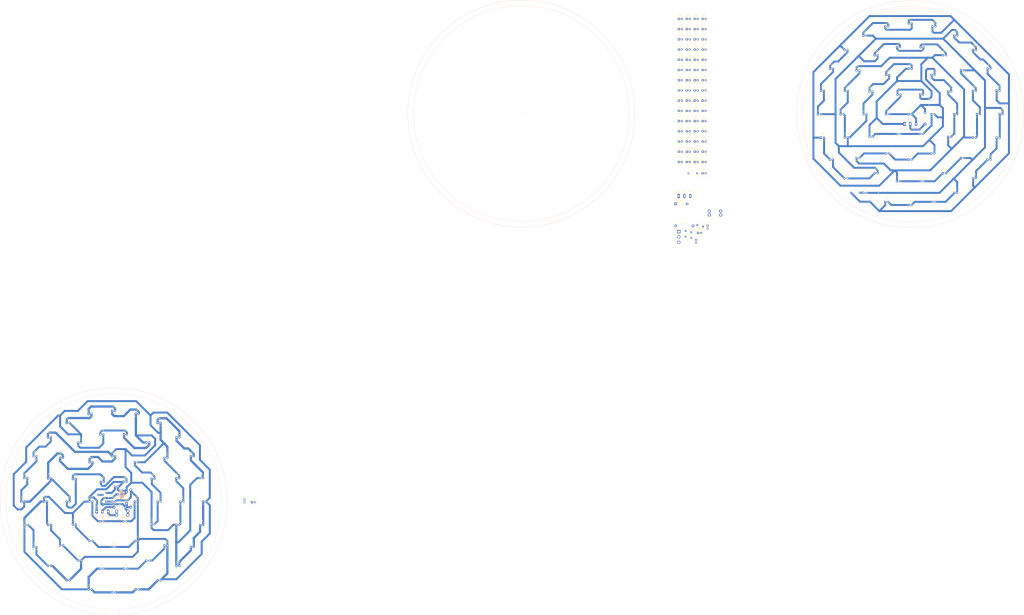
<source format=kicad_pcb>
(kicad_pcb (version 20171130) (host pcbnew 5.1.5+dfsg1-2build2)
  (title_block (title "Circular LED Panel") (date 2021-12-06) (rev 1) (company Silicon4007) (comment 1 "Tec. Henrique Silva"))
  (layers (0 F.Cu signal) (31 B.Cu signal) (34 B.Paste user) (35 F.Paste user) (36 B.SilkS user) (37 F.SilkS user) (38 B.Mask user) (39 F.Mask user) (44 Edge.Cuts user))
  (net 0 "")
  (net 1 PWR)
  (net 2 "Net-(D1-Pad1)")
  (net 3 "Net-(D2-Pad1)")
  (net 4 "Net-(D3-Pad1)")
  (net 5 GND)
  (net 6 "Net-(D5-Pad1)")
  (net 7 "Net-(D6-Pad1)")
  (net 8 "Net-(D7-Pad1)")
  (net 9 "Net-(D10-Pad2)")
  (net 10 "Net-(D10-Pad1)")
  (net 11 "Net-(D11-Pad1)")
  (net 12 "Net-(D13-Pad1)")
  (net 13 "Net-(D14-Pad1)")
  (net 14 "Net-(D15-Pad1)")
  (net 15 "Net-(D17-Pad1)")
  (net 16 "Net-(D18-Pad1)")
  (net 17 "Net-(D19-Pad1)")
  (net 18 "Net-(D21-Pad1)")
  (net 19 "Net-(D22-Pad1)")
  (net 20 "Net-(D23-Pad1)")
  (net 21 "Net-(D25-Pad1)")
  (net 22 "Net-(D26-Pad1)")
  (net 23 "Net-(D27-Pad1)")
  (net 24 "Net-(D29-Pad1)")
  (net 25 "Net-(D30-Pad1)")
  (net 26 "Net-(D31-Pad1)")
  (net 27 "Net-(D33-Pad1)")
  (net 28 "Net-(D34-Pad1)")
  (net 29 "Net-(D35-Pad1)")
  (net 30 "Net-(D37-Pad1)")
  (net 31 "Net-(D38-Pad1)")
  (net 32 "Net-(D39-Pad1)")
  (net 33 "Net-(D41-Pad1)")
  (net 34 "Net-(D42-Pad1)")
  (net 35 "Net-(D43-Pad1)")
  (net 36 "Net-(D45-Pad1)")
  (net 37 "Net-(D46-Pad1)")
  (net 38 "Net-(D47-Pad1)")
  (net 39 "Net-(D49-Pad1)")
  (net 40 "Net-(D50-Pad1)")
  (net 41 "Net-(D51-Pad1)")
  (net 42 "Net-(D53-Pad1)")
  (net 43 "Net-(D54-Pad1)")
  (net 44 "Net-(D55-Pad1)")
  (net 45 "Net-(D57-Pad1)")
  (net 46 "Net-(D58-Pad1)")
  (net 47 "Net-(D59-Pad1)")
  (net 48 "Net-(D61-Pad1)")
  (net 49 "Net-(D62-Pad1)")
  (net 50 "Net-(D63-Pad2)")
  (net 51 "Net-(D63-Pad1)")
  (net 52 "Net-(F1-Pad1)")
  (net 53 "Net-(J2-Pad2)")
  (net 54 Earth)
  (net 55 "Net-(C1-Pad1)")
  (module LED_THT:LED_D5.0mm (layer F.Cu) (at 623.65 -285.15)
    (fp_text reference D18 (at 1.27 -3.96) (layer F.SilkS))
    (fp_text value LED)
    (pad 2 thru_hole circle (at 2.54 0) (size 1.8 1.8) (drill 0.9) (layers *.Cu *.Mask))
    (pad 1 thru_hole rect (at 0 0) (size 1.8 1.8) (drill 0.9) (layers *.Cu *.Mask))
  )
  (module LED_THT:LED_D5.0mm_Clear (layer F.Cu) (at 766.05 -275.75)
    (fp_text reference D24 (at 1.27 -3.96) (layer F.SilkS))
    (fp_text value LED)
    (pad 1 thru_hole rect (at 0 0) (size 1.8 1.8) (drill 0.9) (layers *.Cu *.Mask))
    (pad 2 thru_hole circle (at 2.54 0) (size 1.8 1.8) (drill 0.9) (layers *.Cu *.Mask))
  )
  (module Varistor:RV_Disc_D7mm_W3.4mm_P5mm (layer F.Cu) (at 625.85 -139.55)
    (fp_text reference RV1 (at 2.5 3.35) (layer F.SilkS))
    (fp_text value 14V)
    (pad 1 thru_hole circle (at 0 0) (size 1.6 1.6) (drill 0.6) (layers *.Cu *.Mask))
    (pad 2 thru_hole circle (at 5 1.3) (size 1.6 1.6) (drill 0.6) (layers *.Cu *.Mask))
  )
  (module LED_THT:LED_D5.0mm_IRBlack (layer F.Cu) (at 616.65 -267.15)
    (fp_text reference D27 (at 1.27 -3.96) (layer F.SilkS))
    (fp_text value LED)
    (pad 2 thru_hole circle (at 2.54 0) (size 1.8 1.8) (drill 0.9) (layers *.Cu *.Mask))
    (pad 1 thru_hole rect (at 0 0) (size 1.8 1.8) (drill 0.9) (layers *.Cu *.Mask))
  )
  (module LED_THT:LED_D5.0mm (layer F.Cu) (at 868.65 -293.85)
    (fp_text reference D50 (at 1.27 -3.96) (layer F.SilkS))
    (fp_text value LED)
    (pad 1 thru_hole rect (at 0 0) (size 1.8 1.8) (drill 0.9) (layers *.Cu *.Mask))
    (pad 2 thru_hole circle (at 2.54 0) (size 1.8 1.8) (drill 0.9) (layers *.Cu *.Mask))
  )
  (module LED_THT:LED_D5.0mm (layer F.Cu) (at 609.65 -285.15)
    (fp_text reference D20 (at 1.27 -3.96) (layer F.SilkS))
    (fp_text value LED)
    (pad 2 thru_hole circle (at 2.54 0) (size 1.8 1.8) (drill 0.9) (layers *.Cu *.Mask))
    (pad 1 thru_hole rect (at 0 0) (size 1.8 1.8) (drill 0.9) (layers *.Cu *.Mask))
  )
  (module LED_THT:LED_D5.0mm_IRBlack (layer F.Cu) (at 609.65 -195.15)
    (fp_text reference D60 (at 1.27 -3.96) (layer F.SilkS))
    (fp_text value LED)
    (pad 2 thru_hole circle (at 2.54 0) (size 1.8 1.8) (drill 0.9) (layers *.Cu *.Mask))
    (pad 1 thru_hole rect (at 0 0) (size 1.8 1.8) (drill 0.9) (layers *.Cu *.Mask))
  )
  (module LED_THT:LED_D5.0mm (layer F.Cu) (at 630.65 -285.15)
    (fp_text reference D17 (at 1.27 -3.96) (layer F.SilkS))
    (fp_text value LED)
    (pad 2 thru_hole circle (at 2.54 0) (size 1.8 1.8) (drill 0.9) (layers *.Cu *.Mask))
    (pad 1 thru_hole rect (at 0 0) (size 1.8 1.8) (drill 0.9) (layers *.Cu *.Mask))
  )
  (module LED_THT:LED_D5.0mm_Clear (layer F.Cu) (at 802.05 -219.85)
    (fp_text reference D7 (at 1.27 -3.96) (layer F.SilkS))
    (fp_text value LED)
    (pad 1 thru_hole rect (at 0 0) (size 1.8 1.8) (drill 0.9) (layers *.Cu *.Mask))
    (pad 2 thru_hole circle (at 2.54 0) (size 1.8 1.8) (drill 0.9) (layers *.Cu *.Mask))
  )
  (module LED_THT:LED_D5.0mm (layer F.Cu) (at 812.05 -197.25)
    (fp_text reference D18 (at 1.27 -3.96) (layer F.SilkS))
    (fp_text value LED)
    (pad 1 thru_hole rect (at 0 0) (size 1.8 1.8) (drill 0.9) (layers *.Cu *.Mask))
    (pad 2 thru_hole circle (at 2.54 0) (size 1.8 1.8) (drill 0.9) (layers *.Cu *.Mask))
  )
  (module LED_THT:LED_D5.0mm_Clear (layer F.Cu) (at 609.65 -276.15)
    (fp_text reference D24 (at 1.27 -3.96) (layer F.SilkS))
    (fp_text value LED)
    (pad 2 thru_hole circle (at 2.54 0) (size 1.8 1.8) (drill 0.9) (layers *.Cu *.Mask))
    (pad 1 thru_hole rect (at 0 0) (size 1.8 1.8) (drill 0.9) (layers *.Cu *.Mask))
  )
  (module LED_THT:LED_D5.0mm_Clear (layer F.Cu) (at 616.65 -240.15)
    (fp_text reference D39 (at 1.27 -3.96) (layer F.SilkS))
    (fp_text value LED)
    (pad 2 thru_hole circle (at 2.54 0) (size 1.8 1.8) (drill 0.9) (layers *.Cu *.Mask))
    (pad 1 thru_hole rect (at 0 0) (size 1.8 1.8) (drill 0.9) (layers *.Cu *.Mask))
  )
  (module LED_THT:LED_D5.0mm_Clear (layer F.Cu) (at 755.45 -180.65)
    (fp_text reference D38 (at 1.27 -3.96) (layer F.SilkS))
    (fp_text value LED)
    (pad 1 thru_hole rect (at 0 0) (size 1.8 1.8) (drill 0.9) (layers *.Cu *.Mask))
    (pad 2 thru_hole circle (at 2.54 0) (size 1.8 1.8) (drill 0.9) (layers *.Cu *.Mask))
  )
  (module LED_THT:LED_D5.0mm_IRGrey (layer F.Cu) (at 852.05 -237.25)
    (fp_text reference D15 (at 1.27 -3.96) (layer F.SilkS))
    (fp_text value LED)
    (pad 1 thru_hole rect (at 0 0) (size 1.8 1.8) (drill 0.9) (layers *.Cu *.Mask))
    (pad 2 thru_hole circle (at 2.54 0) (size 1.8 1.8) (drill 0.9) (layers *.Cu *.Mask))
  )
  (module LED_THT:LED_D5.0mm_IRBlack (layer F.Cu) (at 852.05 -167.95)
    (fp_text reference D57 (at 1.27 -3.96) (layer F.SilkS))
    (fp_text value LED)
    (pad 1 thru_hole rect (at 0 0) (size 1.8 1.8) (drill 0.9) (layers *.Cu *.Mask))
    (pad 2 thru_hole circle (at 2.54 0) (size 1.8 1.8) (drill 0.9) (layers *.Cu *.Mask))
  )
  (module LED_THT:LED_D5.0mm_IRBlack (layer F.Cu) (at 616.65 -195.15)
    (fp_text reference D59 (at 1.27 -3.96) (layer F.SilkS))
    (fp_text value LED)
    (pad 2 thru_hole circle (at 2.54 0) (size 1.8 1.8) (drill 0.9) (layers *.Cu *.Mask))
    (pad 1 thru_hole rect (at 0 0) (size 1.8 1.8) (drill 0.9) (layers *.Cu *.Mask))
  )
  (module LED_THT:LED_D5.0mm (layer F.Cu) (at 616.65 -285.15)
    (fp_text reference D19 (at 1.27 -3.96) (layer F.SilkS))
    (fp_text value LED)
    (pad 2 thru_hole circle (at 2.54 0) (size 1.8 1.8) (drill 0.9) (layers *.Cu *.Mask))
    (pad 1 thru_hole rect (at 0 0) (size 1.8 1.8) (drill 0.9) (layers *.Cu *.Mask))
  )
  (module LED_THT:LED_D5.0mm_Clear (layer F.Cu) (at 616.65 -312.15)
    (fp_text reference D7 (at 1.27 -3.96) (layer F.SilkS))
    (fp_text value LED)
    (pad 2 thru_hole circle (at 2.54 0) (size 1.8 1.8) (drill 0.9) (layers *.Cu *.Mask))
    (pad 1 thru_hole rect (at 0 0) (size 1.8 1.8) (drill 0.9) (layers *.Cu *.Mask))
  )
  (module LED_THT:LED_D5.0mm (layer F.Cu) (at 616.65 -249.15)
    (fp_text reference D35 (at 1.27 -3.96) (layer F.SilkS))
    (fp_text value LED)
    (pad 2 thru_hole circle (at 2.54 0) (size 1.8 1.8) (drill 0.9) (layers *.Cu *.Mask))
    (pad 1 thru_hole rect (at 0 0) (size 1.8 1.8) (drill 0.9) (layers *.Cu *.Mask))
  )
  (module LED_THT:LED_D5.0mm (layer F.Cu) (at 623.65 -249.15)
    (fp_text reference D34 (at 1.27 -3.96) (layer F.SilkS))
    (fp_text value LED)
    (pad 2 thru_hole circle (at 2.54 0) (size 1.8 1.8) (drill 0.9) (layers *.Cu *.Mask))
    (pad 1 thru_hole rect (at 0 0) (size 1.8 1.8) (drill 0.9) (layers *.Cu *.Mask))
  )
  (module Resistor_THT:R_Axial_DIN0411_L9.9mm_D3.6mm_P15.24mm_Horizontal (layer F.Cu) (at 606.86 -138.8)
    (fp_text reference R2 (at 7.62 -2.92) (layer F.SilkS))
    (fp_text value " 300R 1W")
    (pad 1 thru_hole circle (at 0 0) (size 2.4 2.4) (drill 1.2) (layers *.Cu *.Mask))
    (pad 2 thru_hole oval (at 15.24 0) (size 2.4 2.4) (drill 1.2) (layers *.Cu *.Mask))
  )
  (module LED_THT:LED_D5.0mm_IRGrey (layer F.Cu) (at 772.05 -167.95)
    (fp_text reference D61 (at 1.27 -3.96) (layer F.SilkS))
    (fp_text value LED)
    (pad 1 thru_hole rect (at 0 0) (size 1.8 1.8) (drill 0.9) (layers *.Cu *.Mask))
    (pad 2 thru_hole circle (at 2.54 0) (size 1.8 1.8) (drill 0.9) (layers *.Cu *.Mask))
  )
  (module LED_THT:LED_D5.0mm (layer F.Cu) (at 623.65 -213.15)
    (fp_text reference D50 (at 1.27 -3.96) (layer F.SilkS))
    (fp_text value LED)
    (pad 2 thru_hole circle (at 2.54 0) (size 1.8 1.8) (drill 0.9) (layers *.Cu *.Mask))
    (pad 1 thru_hole rect (at 0 0) (size 1.8 1.8) (drill 0.9) (layers *.Cu *.Mask))
  )
  (module LED_THT:LED_D5.0mm_Clear (layer F.Cu) (at 609.65 -204.15)
    (fp_text reference D56 (at 1.27 -3.96) (layer F.SilkS))
    (fp_text value LED)
    (pad 2 thru_hole circle (at 2.54 0) (size 1.8 1.8) (drill 0.9) (layers *.Cu *.Mask))
    (pad 1 thru_hole rect (at 0 0) (size 1.8 1.8) (drill 0.9) (layers *.Cu *.Mask))
  )
  (module LED_THT:LED_D5.0mm_IRGrey (layer F.Cu) (at 868.45 -216.65)
    (fp_text reference D32 (at 1.27 -3.96) (layer F.SilkS))
    (fp_text value LED)
    (pad 1 thru_hole rect (at 0 0) (size 1.8 1.8) (drill 0.9) (layers *.Cu *.Mask))
    (pad 2 thru_hole circle (at 2.54 0) (size 1.8 1.8) (drill 0.9) (layers *.Cu *.Mask))
  )
  (module LED_THT:LED_D5.0mm (layer F.Cu) (at 889.35 -257.95)
    (fp_text reference D52 (at 1.27 -3.96) (layer F.SilkS))
    (fp_text value LED)
    (pad 1 thru_hole rect (at 0 0) (size 1.8 1.8) (drill 0.9) (layers *.Cu *.Mask))
    (pad 2 thru_hole circle (at 2.54 0) (size 1.8 1.8) (drill 0.9) (layers *.Cu *.Mask))
  )
  (module LED_THT:LED_D5.0mm (layer F.Cu) (at 609.65 -249.15)
    (fp_text reference D36 (at 1.27 -3.96) (layer F.SilkS))
    (fp_text value LED)
    (pad 2 thru_hole circle (at 2.54 0) (size 1.8 1.8) (drill 0.9) (layers *.Cu *.Mask))
    (pad 1 thru_hole rect (at 0 0) (size 1.8 1.8) (drill 0.9) (layers *.Cu *.Mask))
  )
  (module LED_THT:LED_D5.0mm_IRBlack (layer F.Cu) (at 623.65 -231.15)
    (fp_text reference D42 (at 1.27 -3.96) (layer F.SilkS))
    (fp_text value LED)
    (pad 2 thru_hole circle (at 2.54 0) (size 1.8 1.8) (drill 0.9) (layers *.Cu *.Mask))
    (pad 1 thru_hole rect (at 0 0) (size 1.8 1.8) (drill 0.9) (layers *.Cu *.Mask))
  )
  (module LED_THT:LED_D5.0mm_IRBlack (layer F.Cu) (at 734.75 -257.95)
    (fp_text reference D42 (at 1.27 -3.96) (layer F.SilkS))
    (fp_text value LED)
    (pad 1 thru_hole rect (at 0 0) (size 1.8 1.8) (drill 0.9) (layers *.Cu *.Mask))
    (pad 2 thru_hole circle (at 2.54 0) (size 1.8 1.8) (drill 0.9) (layers *.Cu *.Mask))
  )
  (module Connector_PinSocket_2.54mm:PinSocket_1x02_P2.54mm_Vertical (layer F.Cu) (at 624.66 -126.55)
    (fp_text reference J2 (at 0 -2.77) (layer F.SilkS))
    (fp_text value FEEDBACK)
    (pad 1 thru_hole rect (at 0 0) (size 1.7 1.7) (drill 1) (layers *.Cu *.Mask))
    (pad 2 thru_hole oval (at 0 2.54) (size 1.7 1.7) (drill 1) (layers *.Cu *.Mask))
  )
  (module LED_THT:LED_D5.0mm (layer F.Cu) (at 616.65 -321.15)
    (fp_text reference D3 (at 1.27 -3.96) (layer F.SilkS))
    (fp_text value LED)
    (pad 2 thru_hole circle (at 2.54 0) (size 1.8 1.8) (drill 0.9) (layers *.Cu *.Mask))
    (pad 1 thru_hole rect (at 0 0) (size 1.8 1.8) (drill 0.9) (layers *.Cu *.Mask))
  )
  (module LED_THT:LED_D5.0mm_Clear (layer F.Cu) (at 777.45 -217.25)
    (fp_text reference D8 (at 1.27 -3.96) (layer F.SilkS))
    (fp_text value LED)
    (pad 1 thru_hole rect (at 0 0) (size 1.8 1.8) (drill 0.9) (layers *.Cu *.Mask))
    (pad 2 thru_hole circle (at 2.54 0) (size 1.8 1.8) (drill 0.9) (layers *.Cu *.Mask))
  )
  (module LED_THT:LED_D5.0mm (layer F.Cu) (at 630.65 -321.15)
    (fp_text reference D1 (at 1.27 -3.96) (layer F.SilkS))
    (fp_text value LED)
    (pad 2 thru_hole circle (at 2.54 0) (size 1.8 1.8) (drill 0.9) (layers *.Cu *.Mask))
    (pad 1 thru_hole rect (at 0 0) (size 1.8 1.8) (drill 0.9) (layers *.Cu *.Mask))
  )
  (module LED_THT:LED_D5.0mm_IRBlack (layer F.Cu) (at 777.45 -257.25)
    (fp_text reference D10 (at 1.27 -3.96) (layer F.SilkS))
    (fp_text value LED)
    (pad 1 thru_hole rect (at 0 0) (size 1.8 1.8) (drill 0.9) (layers *.Cu *.Mask))
    (pad 2 thru_hole circle (at 2.54 0) (size 1.8 1.8) (drill 0.9) (layers *.Cu *.Mask))
  )
  (module LED_THT:LED_D5.0mm_IRGrey (layer F.Cu) (at 868.45 -257.75)
    (fp_text reference D30 (at 1.27 -3.96) (layer F.SilkS))
    (fp_text value LED)
    (pad 1 thru_hole rect (at 0 0) (size 1.8 1.8) (drill 0.9) (layers *.Cu *.Mask))
    (pad 2 thru_hole circle (at 2.54 0) (size 1.8 1.8) (drill 0.9) (layers *.Cu *.Mask))
  )
  (module LED_THT:LED_D5.0mm (layer F.Cu) (at 609.65 -213.15)
    (fp_text reference D52 (at 1.27 -3.96) (layer F.SilkS))
    (fp_text value LED)
    (pad 2 thru_hole circle (at 2.54 0) (size 1.8 1.8) (drill 0.9) (layers *.Cu *.Mask))
    (pad 1 thru_hole rect (at 0 0) (size 1.8 1.8) (drill 0.9) (layers *.Cu *.Mask))
  )
  (module LED_THT:LED_D5.0mm (layer F.Cu) (at 766.05 -198.65)
    (fp_text reference D20 (at 1.27 -3.96) (layer F.SilkS))
    (fp_text value LED)
    (pad 1 thru_hole rect (at 0 0) (size 1.8 1.8) (drill 0.9) (layers *.Cu *.Mask))
    (pad 2 thru_hole circle (at 2.54 0) (size 1.8 1.8) (drill 0.9) (layers *.Cu *.Mask))
  )
  (module LED_THT:LED_D5.0mm (layer F.Cu) (at 832.05 -202.55)
    (fp_text reference D17 (at 1.27 -3.96) (layer F.SilkS))
    (fp_text value LED)
    (pad 1 thru_hole rect (at 0 0) (size 1.8 1.8) (drill 0.9) (layers *.Cu *.Mask))
    (pad 2 thru_hole circle (at 2.54 0) (size 1.8 1.8) (drill 0.9) (layers *.Cu *.Mask))
  )
  (module LED_THT:LED_D5.0mm (layer F.Cu) (at 801.65 -178.15)
    (fp_text reference D36 (at 1.27 -3.96) (layer F.SilkS))
    (fp_text value LED)
    (pad 1 thru_hole rect (at 0 0) (size 1.8 1.8) (drill 0.9) (layers *.Cu *.Mask))
    (pad 2 thru_hole circle (at 2.54 0) (size 1.8 1.8) (drill 0.9) (layers *.Cu *.Mask))
  )
  (module LED_THT:LED_D5.0mm_IRBlack (layer F.Cu) (at 630.65 -195.15)
    (fp_text reference D57 (at 1.27 -3.96) (layer F.SilkS))
    (fp_text value LED)
    (pad 2 thru_hole circle (at 2.54 0) (size 1.8 1.8) (drill 0.9) (layers *.Cu *.Mask))
    (pad 1 thru_hole rect (at 0 0) (size 1.8 1.8) (drill 0.9) (layers *.Cu *.Mask))
  )
  (module LED_THT:LED_D5.0mm_Clear (layer F.Cu) (at 752.05 -237.25)
    (fp_text reference D22 (at 1.27 -3.96) (layer F.SilkS))
    (fp_text value LED)
    (pad 1 thru_hole rect (at 0 0) (size 1.8 1.8) (drill 0.9) (layers *.Cu *.Mask))
    (pad 2 thru_hole circle (at 2.54 0) (size 1.8 1.8) (drill 0.9) (layers *.Cu *.Mask))
  )
  (module LED_THT:LED_D5.0mm (layer F.Cu) (at 852.05 -306.55)
    (fp_text reference D49 (at 1.27 -3.96) (layer F.SilkS))
    (fp_text value LED)
    (pad 1 thru_hole rect (at 0 0) (size 1.8 1.8) (drill 0.9) (layers *.Cu *.Mask))
    (pad 2 thru_hole circle (at 2.54 0) (size 1.8 1.8) (drill 0.9) (layers *.Cu *.Mask))
  )
  (module LED_THT:LED_D5.0mm_IRBlack (layer F.Cu) (at 630.65 -231.15)
    (fp_text reference D41 (at 1.27 -3.96) (layer F.SilkS))
    (fp_text value LED)
    (pad 2 thru_hole circle (at 2.54 0) (size 1.8 1.8) (drill 0.9) (layers *.Cu *.Mask))
    (pad 1 thru_hole rect (at 0 0) (size 1.8 1.8) (drill 0.9) (layers *.Cu *.Mask))
  )
  (module Diode_THT:D_DO-41_SOD81_P10.16mm_Horizontal (layer F.Cu) (at 826.35 -228.55 90)
    (fp_text reference D62 (at 5.08 -2.47 90) (layer F.SilkS))
    (fp_text value 1N4007)
    (fp_text user K (at 0 -2.1 90) (layer F.SilkS))
    (pad 2 thru_hole oval (at 10.16 0 90) (size 2.2 2.2) (drill 1.1) (layers *.Cu *.Mask))
    (pad 1 thru_hole rect (at 0 0 90) (size 2.2 2.2) (drill 1.1) (layers *.Cu *.Mask))
  )
  (module LED_THT:LED_D5.0mm_Clear (layer F.Cu) (at 892.05 -237.25)
    (fp_text reference D53 (at 1.27 -3.96) (layer F.SilkS))
    (fp_text value LED)
    (pad 1 thru_hole rect (at 0 0) (size 1.8 1.8) (drill 0.9) (layers *.Cu *.Mask))
    (pad 2 thru_hole circle (at 2.54 0) (size 1.8 1.8) (drill 0.9) (layers *.Cu *.Mask))
  )
  (module LED_THT:LED_D5.0mm_IRBlack (layer F.Cu) (at 630.65 -303.15)
    (fp_text reference D9 (at 1.27 -3.96) (layer F.SilkS))
    (fp_text value LED)
    (pad 2 thru_hole circle (at 2.54 0) (size 1.8 1.8) (drill 0.9) (layers *.Cu *.Mask))
    (pad 1 thru_hole rect (at 0 0) (size 1.8 1.8) (drill 0.9) (layers *.Cu *.Mask))
  )
  (module LED_THT:LED_D5.0mm_IRBlack (layer F.Cu) (at 623.65 -303.15)
    (fp_text reference D10 (at 1.27 -3.96) (layer F.SilkS))
    (fp_text value LED)
    (pad 2 thru_hole circle (at 2.54 0) (size 1.8 1.8) (drill 0.9) (layers *.Cu *.Mask))
    (pad 1 thru_hole rect (at 0 0) (size 1.8 1.8) (drill 0.9) (layers *.Cu *.Mask))
  )
  (module LED_THT:LED_D5.0mm_Clear (layer F.Cu) (at 868.65 -180.65)
    (fp_text reference D56 (at 1.27 -3.96) (layer F.SilkS))
    (fp_text value LED)
    (pad 1 thru_hole rect (at 0 0) (size 1.8 1.8) (drill 0.9) (layers *.Cu *.Mask))
    (pad 2 thru_hole circle (at 2.54 0) (size 1.8 1.8) (drill 0.9) (layers *.Cu *.Mask))
  )
  (module LED_THT:LED_D5.0mm_IRBlack (layer F.Cu) (at 609.65 -303.15)
    (fp_text reference D12 (at 1.27 -3.96) (layer F.SilkS))
    (fp_text value LED)
    (pad 2 thru_hole circle (at 2.54 0) (size 1.8 1.8) (drill 0.9) (layers *.Cu *.Mask))
    (pad 1 thru_hole rect (at 0 0) (size 1.8 1.8) (drill 0.9) (layers *.Cu *.Mask))
  )
  (module LED_THT:LED_D5.0mm (layer F.Cu) (at 812.05 -237.25)
    (fp_text reference D1 (at 1.27 -3.96) (layer F.SilkS))
    (fp_text value LED)
    (pad 1 thru_hole rect (at 0 0) (size 1.8 1.8) (drill 0.9) (layers *.Cu *.Mask))
    (pad 2 thru_hole circle (at 2.54 0) (size 1.8 1.8) (drill 0.9) (layers *.Cu *.Mask))
  )
  (module LED_THT:LED_D5.0mm (layer F.Cu) (at 842.05 -185.25)
    (fp_text reference D34 (at 1.27 -3.96) (layer F.SilkS))
    (fp_text value LED)
    (pad 1 thru_hole rect (at 0 0) (size 1.8 1.8) (drill 0.9) (layers *.Cu *.Mask))
    (pad 2 thru_hole circle (at 2.54 0) (size 1.8 1.8) (drill 0.9) (layers *.Cu *.Mask))
  )
  (module LED_THT:LED_D5.0mm_IRGrey (layer F.Cu) (at 630.65 -185.15)
    (fp_text reference D61 (at 1.27 -3.96) (layer F.SilkS))
    (fp_text value LED)
    (pad 2 thru_hole circle (at 2.54 0) (size 1.8 1.8) (drill 0.9) (layers *.Cu *.Mask))
    (pad 1 thru_hole rect (at 0 0) (size 1.8 1.8) (drill 0.9) (layers *.Cu *.Mask))
  )
  (module LED_THT:LED_D5.0mm_Clear (layer F.Cu) (at 616.65 -276.15)
    (fp_text reference D23 (at 1.27 -3.96) (layer F.SilkS))
    (fp_text value LED)
    (pad 2 thru_hole circle (at 2.54 0) (size 1.8 1.8) (drill 0.9) (layers *.Cu *.Mask))
    (pad 1 thru_hole rect (at 0 0) (size 1.8 1.8) (drill 0.9) (layers *.Cu *.Mask))
  )
  (module LED_THT:LED_D5.0mm_IRBlack (layer F.Cu) (at 755.55 -293.85)
    (fp_text reference D44 (at 1.27 -3.96) (layer F.SilkS))
    (fp_text value LED)
    (pad 1 thru_hole rect (at 0 0) (size 1.8 1.8) (drill 0.9) (layers *.Cu *.Mask))
    (pad 2 thru_hole circle (at 2.54 0) (size 1.8 1.8) (drill 0.9) (layers *.Cu *.Mask))
  )
  (module LED_THT:LED_D5.0mm_IRGrey (layer F.Cu) (at 846.65 -217.25)
    (fp_text reference D16 (at 1.27 -3.96) (layer F.SilkS))
    (fp_text value LED)
    (pad 1 thru_hole rect (at 0 0) (size 1.8 1.8) (drill 0.9) (layers *.Cu *.Mask))
    (pad 2 thru_hole circle (at 2.54 0) (size 1.8 1.8) (drill 0.9) (layers *.Cu *.Mask))
  )
  (module Fuse:Fuseholder_Blade_Mini_Keystone_3568 (layer F.Cu) (at 636.5 -151.9)
    (fp_text reference F1 (at 4.96 -2.67) (layer F.SilkS))
    (fp_text value "Fuse 1A")
    (pad 2 thru_hole circle (at 9.92 3.4) (size 2.78 2.78) (drill 1.78) (layers *.Cu *.Mask))
    (pad 2 thru_hole circle (at 9.92 0) (size 2.78 2.78) (drill 1.78) (layers *.Cu *.Mask))
    (pad 1 thru_hole circle (at 0 3.4) (size 2.78 2.78) (drill 1.78) (layers *.Cu *.Mask))
    (pad 1 thru_hole circle (at 0 0) (size 2.78 2.78) (drill 1.78) (layers *.Cu *.Mask))
  )
  (module LED_THT:LED_D5.0mm_IRBlack (layer F.Cu) (at 609.65 -231.15)
    (fp_text reference D44 (at 1.27 -3.96) (layer F.SilkS))
    (fp_text value LED)
    (pad 2 thru_hole circle (at 2.54 0) (size 1.8 1.8) (drill 0.9) (layers *.Cu *.Mask))
    (pad 1 thru_hole rect (at 0 0) (size 1.8 1.8) (drill 0.9) (layers *.Cu *.Mask))
  )
  (module LED_THT:LED_D5.0mm_Clear (layer F.Cu) (at 623.65 -276.15)
    (fp_text reference D22 (at 1.27 -3.96) (layer F.SilkS))
    (fp_text value LED)
    (pad 2 thru_hole circle (at 2.54 0) (size 1.8 1.8) (drill 0.9) (layers *.Cu *.Mask))
    (pad 1 thru_hole rect (at 0 0) (size 1.8 1.8) (drill 0.9) (layers *.Cu *.Mask))
  )
  (module LED_THT:LED_D5.0mm_IRGrey (layer F.Cu) (at 609.65 -258.15)
    (fp_text reference D32 (at 1.27 -3.96) (layer F.SilkS))
    (fp_text value LED)
    (pad 2 thru_hole circle (at 2.54 0) (size 1.8 1.8) (drill 0.9) (layers *.Cu *.Mask))
    (pad 1 thru_hole rect (at 0 0) (size 1.8 1.8) (drill 0.9) (layers *.Cu *.Mask))
  )
  (module LED_THT:LED_D5.0mm_IRGrey (layer F.Cu) (at 609.65 -294.15)
    (fp_text reference D16 (at 1.27 -3.96) (layer F.SilkS))
    (fp_text value LED)
    (pad 2 thru_hole circle (at 2.54 0) (size 1.8 1.8) (drill 0.9) (layers *.Cu *.Mask))
    (pad 1 thru_hole rect (at 0 0) (size 1.8 1.8) (drill 0.9) (layers *.Cu *.Mask))
  )
  (module LED_THT:LED_D5.0mm_Clear (layer F.Cu) (at 782.05 -185.25)
    (fp_text reference D37 (at 1.27 -3.96) (layer F.SilkS))
    (fp_text value LED)
    (pad 1 thru_hole rect (at 0 0) (size 1.8 1.8) (drill 0.9) (layers *.Cu *.Mask))
    (pad 2 thru_hole circle (at 2.54 0) (size 1.8 1.8) (drill 0.9) (layers *.Cu *.Mask))
  )
  (module LED_THT:LED_D5.0mm_IRGrey (layer F.Cu) (at 616.65 -294.15)
    (fp_text reference D15 (at 1.27 -3.96) (layer F.SilkS))
    (fp_text value LED)
    (pad 2 thru_hole circle (at 2.54 0) (size 1.8 1.8) (drill 0.9) (layers *.Cu *.Mask))
    (pad 1 thru_hole rect (at 0 0) (size 1.8 1.8) (drill 0.9) (layers *.Cu *.Mask))
  )
  (module LED_THT:LED_D5.0mm_Clear (layer F.Cu) (at 822.05 -219.85)
    (fp_text reference D6 (at 1.27 -3.96) (layer F.SilkS))
    (fp_text value LED)
    (pad 1 thru_hole rect (at 0 0) (size 1.8 1.8) (drill 0.9) (layers *.Cu *.Mask))
    (pad 2 thru_hole circle (at 2.54 0) (size 1.8 1.8) (drill 0.9) (layers *.Cu *.Mask))
  )
  (module LED_THT:LED_D5.0mm_IRGrey (layer F.Cu) (at 858.05 -275.85)
    (fp_text reference D29 (at 1.27 -3.96) (layer F.SilkS))
    (fp_text value LED)
    (pad 1 thru_hole rect (at 0 0) (size 1.8 1.8) (drill 0.9) (layers *.Cu *.Mask))
    (pad 2 thru_hole circle (at 2.54 0) (size 1.8 1.8) (drill 0.9) (layers *.Cu *.Mask))
  )
  (module LED_THT:LED_D5.0mm_IRBlack (layer F.Cu) (at 792.15 -271.85)
    (fp_text reference D11 (at 1.27 -3.96) (layer F.SilkS))
    (fp_text value LED)
    (pad 1 thru_hole rect (at 0 0) (size 1.8 1.8) (drill 0.9) (layers *.Cu *.Mask))
    (pad 2 thru_hole circle (at 2.54 0) (size 1.8 1.8) (drill 0.9) (layers *.Cu *.Mask))
  )
  (module LED_THT:LED_D5.0mm_IRBlack (layer F.Cu) (at 742.85 -277.25)
    (fp_text reference D43 (at 1.27 -3.96) (layer F.SilkS))
    (fp_text value LED)
    (pad 1 thru_hole rect (at 0 0) (size 1.8 1.8) (drill 0.9) (layers *.Cu *.Mask))
    (pad 2 thru_hole circle (at 2.54 0) (size 1.8 1.8) (drill 0.9) (layers *.Cu *.Mask))
  )
  (module LED_THT:LED_D5.0mm_Clear (layer F.Cu) (at 734.85 -216.55)
    (fp_text reference D40 (at 1.27 -3.96) (layer F.SilkS))
    (fp_text value LED)
    (pad 1 thru_hole rect (at 0 0) (size 1.8 1.8) (drill 0.9) (layers *.Cu *.Mask))
    (pad 2 thru_hole circle (at 2.54 0) (size 1.8 1.8) (drill 0.9) (layers *.Cu *.Mask))
  )
  (module LED_THT:LED_D5.0mm_IRGrey (layer F.Cu) (at 630.65 -222.15)
    (fp_text reference D45 (at 1.27 -3.96) (layer F.SilkS))
    (fp_text value LED)
    (pad 2 thru_hole circle (at 2.54 0) (size 1.8 1.8) (drill 0.9) (layers *.Cu *.Mask))
    (pad 1 thru_hole rect (at 0 0) (size 1.8 1.8) (drill 0.9) (layers *.Cu *.Mask))
  )
  (module LED_THT:LED_D5.0mm (layer F.Cu) (at 881.35 -277.25)
    (fp_text reference D51 (at 1.27 -3.96) (layer F.SilkS))
    (fp_text value LED)
    (pad 1 thru_hole rect (at 0 0) (size 1.8 1.8) (drill 0.9) (layers *.Cu *.Mask))
    (pad 2 thru_hole circle (at 2.54 0) (size 1.8 1.8) (drill 0.9) (layers *.Cu *.Mask))
  )
  (module LED_THT:LED_D5.0mm_Clear (layer F.Cu) (at 609.65 -240.15)
    (fp_text reference D40 (at 1.27 -3.96) (layer F.SilkS))
    (fp_text value LED)
    (pad 2 thru_hole circle (at 2.54 0) (size 1.8 1.8) (drill 0.9) (layers *.Cu *.Mask))
    (pad 1 thru_hole rect (at 0 0) (size 1.8 1.8) (drill 0.9) (layers *.Cu *.Mask))
  )
  (module LED_THT:LED_D5.0mm_Clear (layer F.Cu) (at 623.65 -240.15)
    (fp_text reference D38 (at 1.27 -3.96) (layer F.SilkS))
    (fp_text value LED)
    (pad 2 thru_hole circle (at 2.54 0) (size 1.8 1.8) (drill 0.9) (layers *.Cu *.Mask))
    (pad 1 thru_hole rect (at 0 0) (size 1.8 1.8) (drill 0.9) (layers *.Cu *.Mask))
  )
  (module Varistor:RV_Disc_D7mm_W3.4mm_P5mm (layer F.Cu) (at 615.56 -134.4)
    (fp_text reference RV2 (at 2.5 3.35) (layer F.SilkS))
    (fp_text value 14V)
    (pad 1 thru_hole circle (at 0 0) (size 1.6 1.6) (drill 0.6) (layers *.Cu *.Mask))
    (pad 2 thru_hole circle (at 5 1.3) (size 1.6 1.6) (drill 0.6) (layers *.Cu *.Mask))
  )
  (module LED_THT:LED_D5.0mm_Clear (layer F.Cu) (at 755.75 -216.75)
    (fp_text reference D21 (at 1.27 -3.96) (layer F.SilkS))
    (fp_text value LED)
    (pad 1 thru_hole rect (at 0 0) (size 1.8 1.8) (drill 0.9) (layers *.Cu *.Mask))
    (pad 2 thru_hole circle (at 2.54 0) (size 1.8 1.8) (drill 0.9) (layers *.Cu *.Mask))
  )
  (module LED_THT:LED_D5.0mm_IRBlack (layer F.Cu) (at 842.05 -289.25)
    (fp_text reference D28 (at 1.27 -3.96) (layer F.SilkS))
    (fp_text value LED)
    (pad 1 thru_hole rect (at 0 0) (size 1.8 1.8) (drill 0.9) (layers *.Cu *.Mask))
    (pad 2 thru_hole circle (at 2.54 0) (size 1.8 1.8) (drill 0.9) (layers *.Cu *.Mask))
  )
  (module LED_THT:LED_D5.0mm_Clear (layer F.Cu) (at 881.35 -197.25)
    (fp_text reference D55 (at 1.27 -3.96) (layer F.SilkS))
    (fp_text value LED)
    (pad 1 thru_hole rect (at 0 0) (size 1.8 1.8) (drill 0.9) (layers *.Cu *.Mask))
    (pad 2 thru_hole circle (at 2.54 0) (size 1.8 1.8) (drill 0.9) (layers *.Cu *.Mask))
  )
  (module LED_THT:LED_D5.0mm_IRGrey (layer F.Cu) (at 872.05 -237.25)
    (fp_text reference D31 (at 1.27 -3.96) (layer F.SilkS))
    (fp_text value LED)
    (pad 1 thru_hole rect (at 0 0) (size 1.8 1.8) (drill 0.9) (layers *.Cu *.Mask))
    (pad 2 thru_hole circle (at 2.54 0) (size 1.8 1.8) (drill 0.9) (layers *.Cu *.Mask))
  )
  (module LED_THT:LED_D5.0mm_IRBlack (layer F.Cu) (at 812.05 -277.25)
    (fp_text reference D12 (at 1.27 -3.96) (layer F.SilkS))
    (fp_text value LED)
    (pad 1 thru_hole rect (at 0 0) (size 1.8 1.8) (drill 0.9) (layers *.Cu *.Mask))
    (pad 2 thru_hole circle (at 2.54 0) (size 1.8 1.8) (drill 0.9) (layers *.Cu *.Mask))
  )
  (module LED_THT:LED_D5.0mm_IRGrey (layer F.Cu) (at 772.01 -306.45)
    (fp_text reference D45 (at 1.27 -3.96) (layer F.SilkS))
    (fp_text value LED)
    (pad 1 thru_hole rect (at 0 0) (size 1.8 1.8) (drill 0.9) (layers *.Cu *.Mask))
    (pad 2 thru_hole circle (at 2.54 0) (size 1.8 1.8) (drill 0.9) (layers *.Cu *.Mask))
  )
  (module LED_THT:LED_D5.0mm_Clear (layer F.Cu) (at 630.65 -240.15)
    (fp_text reference D37 (at 1.27 -3.96) (layer F.SilkS))
    (fp_text value LED)
    (pad 2 thru_hole circle (at 2.54 0) (size 1.8 1.8) (drill 0.9) (layers *.Cu *.Mask))
    (pad 1 thru_hole rect (at 0 0) (size 1.8 1.8) (drill 0.9) (layers *.Cu *.Mask))
  )
  (module LED_THT:LED_D5.0mm_IRBlack (layer F.Cu) (at 623.65 -267.15)
    (fp_text reference D26 (at 1.27 -3.96) (layer F.SilkS))
    (fp_text value LED)
    (pad 2 thru_hole circle (at 2.54 0) (size 1.8 1.8) (drill 0.9) (layers *.Cu *.Mask))
    (pad 1 thru_hole rect (at 0 0) (size 1.8 1.8) (drill 0.9) (layers *.Cu *.Mask))
  )
  (module LED_THT:LED_D5.0mm_IRGrey (layer F.Cu) (at 616.65 -222.15)
    (fp_text reference D47 (at 1.27 -3.96) (layer F.SilkS))
    (fp_text value LED)
    (pad 2 thru_hole circle (at 2.54 0) (size 1.8 1.8) (drill 0.9) (layers *.Cu *.Mask))
    (pad 1 thru_hole rect (at 0 0) (size 1.8 1.8) (drill 0.9) (layers *.Cu *.Mask))
  )
  (module LED_THT:LED_D5.0mm_IRBlack (layer F.Cu) (at 616.65 -231.15)
    (fp_text reference D43 (at 1.27 -3.96) (layer F.SilkS))
    (fp_text value LED)
    (pad 2 thru_hole circle (at 2.54 0) (size 1.8 1.8) (drill 0.9) (layers *.Cu *.Mask))
    (pad 1 thru_hole rect (at 0 0) (size 1.8 1.8) (drill 0.9) (layers *.Cu *.Mask))
  )
  (module Diode_THT:D_DO-41_SOD81_P10.16mm_Horizontal (layer F.Cu) (at 606.75 -158.25)
    (fp_text reference D62 (at 5.08 -2.47) (layer F.SilkS))
    (fp_text value 1N4007)
    (fp_text user K (at 0 -2.1) (layer F.SilkS))
    (pad 2 thru_hole oval (at 10.16 0) (size 2.2 2.2) (drill 1.1) (layers *.Cu *.Mask))
    (pad 1 thru_hole rect (at 0 0) (size 2.2 2.2) (drill 1.1) (layers *.Cu *.Mask))
  )
  (module LED_THT:LED_D5.0mm_IRBlack (layer F.Cu) (at 791.35 -159.95)
    (fp_text reference D60 (at 1.27 -3.96) (layer F.SilkS))
    (fp_text value LED)
    (pad 1 thru_hole rect (at 0 0) (size 1.8 1.8) (drill 0.9) (layers *.Cu *.Mask))
    (pad 2 thru_hole circle (at 2.54 0) (size 1.8 1.8) (drill 0.9) (layers *.Cu *.Mask))
  )
  (module LED_THT:LED_D5.0mm_IRGrey (layer F.Cu) (at 626.55 -132.65)
    (fp_text reference D63 (at 1.27 -3.96) (layer F.SilkS))
    (fp_text value FEEDBACK)
    (pad 1 thru_hole rect (at 0 0) (size 1.8 1.8) (drill 0.9) (layers *.Cu *.Mask))
    (pad 2 thru_hole circle (at 2.54 0) (size 1.8 1.8) (drill 0.9) (layers *.Cu *.Mask))
  )
  (module LED_THT:LED_D5.0mm_IRGrey (layer F.Cu) (at 832.85 -314.55)
    (fp_text reference D48 (at 1.27 -3.96) (layer F.SilkS))
    (fp_text value LED)
    (pad 1 thru_hole rect (at 0 0) (size 1.8 1.8) (drill 0.9) (layers *.Cu *.Mask))
    (pad 2 thru_hole circle (at 2.54 0) (size 1.8 1.8) (drill 0.9) (layers *.Cu *.Mask))
  )
  (module LED_THT:LED_D5.0mm_Clear (layer F.Cu) (at 623.65 -204.15)
    (fp_text reference D54 (at 1.27 -3.96) (layer F.SilkS))
    (fp_text value LED)
    (pad 2 thru_hole circle (at 2.54 0) (size 1.8 1.8) (drill 0.9) (layers *.Cu *.Mask))
    (pad 1 thru_hole rect (at 0 0) (size 1.8 1.8) (drill 0.9) (layers *.Cu *.Mask))
  )
  (module LED_THT:LED_D5.0mm_Clear (layer F.Cu) (at 630.65 -312.15)
    (fp_text reference D5 (at 1.27 -3.96) (layer F.SilkS))
    (fp_text value LED)
    (pad 2 thru_hole circle (at 2.54 0) (size 1.8 1.8) (drill 0.9) (layers *.Cu *.Mask))
    (pad 1 thru_hole rect (at 0 0) (size 1.8 1.8) (drill 0.9) (layers *.Cu *.Mask))
  )
  (module LED_THT:LED_D5.0mm (layer F.Cu) (at 616.65 -213.15)
    (fp_text reference D51 (at 1.27 -3.96) (layer F.SilkS))
    (fp_text value LED)
    (pad 2 thru_hole circle (at 2.54 0) (size 1.8 1.8) (drill 0.9) (layers *.Cu *.Mask))
    (pad 1 thru_hole rect (at 0 0) (size 1.8 1.8) (drill 0.9) (layers *.Cu *.Mask))
  )
  (module LED_THT:LED_D5.0mm_IRGrey (layer F.Cu) (at 616.65 -258.15)
    (fp_text reference D31 (at 1.27 -3.96) (layer F.SilkS))
    (fp_text value LED)
    (pad 2 thru_hole circle (at 2.54 0) (size 1.8 1.8) (drill 0.9) (layers *.Cu *.Mask))
    (pad 1 thru_hole rect (at 0 0) (size 1.8 1.8) (drill 0.9) (layers *.Cu *.Mask))
  )
  (module Connector_Phoenix_MSTB:PhoenixContact_MSTBVA_2,5_3-G-5,08_1x03_P5.08mm_Vertical (layer B.Cu) (at 808.25 -228.65)
    (fp_text reference J1 (at 5.08 6) (layer B.SilkS) (effects (justify mirror)))
    (fp_text value Screw_Terminal_01x03)
    (pad 3 thru_hole oval (at 10.16 0) (size 2.08 3.6) (drill 1.4) (layers *.Cu *.Mask))
    (pad 2 thru_hole oval (at 5.08 0) (size 2.08 3.6) (drill 1.4) (layers *.Cu *.Mask))
    (pad 1 thru_hole roundrect (at 0 0) (size 2.08 3.6) (drill 1.4) (layers *.Cu *.Mask) (roundrect_rratio 0.120192))
  )
  (module LED_THT:LED_D5.0mm_IRGrey (layer F.Cu) (at 623.65 -294.15)
    (fp_text reference D14 (at 1.27 -3.96) (layer F.SilkS))
    (fp_text value LED)
    (pad 2 thru_hole circle (at 2.54 0) (size 1.8 1.8) (drill 0.9) (layers *.Cu *.Mask))
    (pad 1 thru_hole rect (at 0 0) (size 1.8 1.8) (drill 0.9) (layers *.Cu *.Mask))
  )
  (module LED_THT:LED_D5.0mm_Clear (layer F.Cu) (at 616.65 -204.15)
    (fp_text reference D55 (at 1.27 -3.96) (layer F.SilkS))
    (fp_text value LED)
    (pad 2 thru_hole circle (at 2.54 0) (size 1.8 1.8) (drill 0.9) (layers *.Cu *.Mask))
    (pad 1 thru_hole rect (at 0 0) (size 1.8 1.8) (drill 0.9) (layers *.Cu *.Mask))
  )
  (module LED_THT:LED_D5.0mm_IRBlack (layer F.Cu) (at 772.15 -237.25)
    (fp_text reference D9 (at 1.27 -3.96) (layer F.SilkS))
    (fp_text value LED)
    (pad 1 thru_hole rect (at 0 0) (size 1.8 1.8) (drill 0.9) (layers *.Cu *.Mask))
    (pad 2 thru_hole circle (at 2.54 0) (size 1.8 1.8) (drill 0.9) (layers *.Cu *.Mask))
  )
  (module LED_THT:LED_D5.0mm (layer F.Cu) (at 802.11 -254.55)
    (fp_text reference D3 (at 1.27 -3.96) (layer F.SilkS))
    (fp_text value LED)
    (pad 1 thru_hole rect (at 0 0) (size 1.8 1.8) (drill 0.9) (layers *.Cu *.Mask))
    (pad 2 thru_hole circle (at 2.54 0) (size 1.8 1.8) (drill 0.9) (layers *.Cu *.Mask))
  )
  (module LED_THT:LED_D5.0mm (layer F.Cu) (at 792.05 -237.25)
    (fp_text reference D2 (at 1.27 -3.96) (layer F.SilkS))
    (fp_text value LED)
    (pad 1 thru_hole rect (at 0 0) (size 1.8 1.8) (drill 0.9) (layers *.Cu *.Mask))
    (pad 2 thru_hole circle (at 2.54 0) (size 1.8 1.8) (drill 0.9) (layers *.Cu *.Mask))
  )
  (module LED_THT:LED_D5.0mm (layer F.Cu) (at 822.45 -178.15)
    (fp_text reference D35 (at 1.27 -3.96) (layer F.SilkS))
    (fp_text value LED)
    (pad 1 thru_hole rect (at 0 0) (size 1.8 1.8) (drill 0.9) (layers *.Cu *.Mask))
    (pad 2 thru_hole circle (at 2.54 0) (size 1.8 1.8) (drill 0.9) (layers *.Cu *.Mask))
  )
  (module LED_THT:LED_D5.0mm_IRBlack (layer F.Cu) (at 832.75 -160.05)
    (fp_text reference D58 (at 1.27 -3.96) (layer F.SilkS))
    (fp_text value LED)
    (pad 1 thru_hole rect (at 0 0) (size 1.8 1.8) (drill 0.9) (layers *.Cu *.Mask))
    (pad 2 thru_hole circle (at 2.54 0) (size 1.8 1.8) (drill 0.9) (layers *.Cu *.Mask))
  )
  (module LED_THT:LED_D5.0mm_IRBlack (layer F.Cu) (at 732.05 -237.25)
    (fp_text reference D41 (at 1.27 -3.96) (layer F.SilkS))
    (fp_text value LED)
    (pad 1 thru_hole rect (at 0 0) (size 1.8 1.8) (drill 0.9) (layers *.Cu *.Mask))
    (pad 2 thru_hole circle (at 2.54 0) (size 1.8 1.8) (drill 0.9) (layers *.Cu *.Mask))
  )
  (module Resistor_THT:R_Axial_DIN0207_L6.3mm_D2.5mm_P7.62mm_Horizontal (layer F.Cu) (at 618.03 -185.15)
    (fp_text reference R1 (at 3.81 -2.37) (layer F.SilkS))
    (fp_text value "300 R")
    (pad 2 thru_hole oval (at 7.62 0) (size 1.6 1.6) (drill 0.8) (layers *.Cu *.Mask))
    (pad 1 thru_hole circle (at 0 0) (size 1.6 1.6) (drill 0.8) (layers *.Cu *.Mask))
  )
  (module LED_THT:LED_D5.0mm_IRGrey (layer F.Cu) (at 791.35 -314.55)
    (fp_text reference D46 (at 1.27 -3.96) (layer F.SilkS))
    (fp_text value LED)
    (pad 1 thru_hole rect (at 0 0) (size 1.8 1.8) (drill 0.9) (layers *.Cu *.Mask))
    (pad 2 thru_hole circle (at 2.54 0) (size 1.8 1.8) (drill 0.9) (layers *.Cu *.Mask))
  )
  (module LED_THT:LED_D5.0mm_Clear (layer F.Cu) (at 609.65 -312.15)
    (fp_text reference D8 (at 1.27 -3.96) (layer F.SilkS))
    (fp_text value LED)
    (pad 2 thru_hole circle (at 2.54 0) (size 1.8 1.8) (drill 0.9) (layers *.Cu *.Mask))
    (pad 1 thru_hole rect (at 0 0) (size 1.8 1.8) (drill 0.9) (layers *.Cu *.Mask))
  )
  (module LED_THT:LED_D5.0mm (layer F.Cu) (at 630.65 -213.15)
    (fp_text reference D49 (at 1.27 -3.96) (layer F.SilkS))
    (fp_text value LED)
    (pad 2 thru_hole circle (at 2.54 0) (size 1.8 1.8) (drill 0.9) (layers *.Cu *.Mask))
    (pad 1 thru_hole rect (at 0 0) (size 1.8 1.8) (drill 0.9) (layers *.Cu *.Mask))
  )
  (module PLC_library:SW_100SP1T1B4M2QE (layer F.Cu) (at 609.585 -129.1)
    (fp_text reference S1 (at -0.325 -7.635) (layer F.SilkS))
    (fp_text value "220/12 V")
    (pad 3 thru_hole circle (at 0 4.7) (size 2.775 2.775) (drill 1.85) (layers *.Cu *.Mask))
    (pad 2 thru_hole circle (at 0 0) (size 2.775 2.775) (drill 1.85) (layers *.Cu *.Mask))
    (pad 1 thru_hole rect (at 0 -4.7) (size 2.775 2.775) (drill 1.85) (layers *.Cu *.Mask))
  )
  (module LED_THT:LED_D5.0mm_IRBlack (layer F.Cu) (at 616.65 -303.15)
    (fp_text reference D11 (at 1.27 -3.96) (layer F.SilkS))
    (fp_text value LED)
    (pad 2 thru_hole circle (at 2.54 0) (size 1.8 1.8) (drill 0.9) (layers *.Cu *.Mask))
    (pad 1 thru_hole rect (at 0 0) (size 1.8 1.8) (drill 0.9) (layers *.Cu *.Mask))
  )
  (module LED_THT:LED_D5.0mm_Clear (layer F.Cu) (at 630.65 -204.15)
    (fp_text reference D53 (at 1.27 -3.96) (layer F.SilkS))
    (fp_text value LED)
    (pad 2 thru_hole circle (at 2.54 0) (size 1.8 1.8) (drill 0.9) (layers *.Cu *.Mask))
    (pad 1 thru_hole rect (at 0 0) (size 1.8 1.8) (drill 0.9) (layers *.Cu *.Mask))
  )
  (module LED_THT:LED_D5.0mm_Clear (layer F.Cu) (at 832.05 -237.25)
    (fp_text reference D5 (at 1.27 -3.96) (layer F.SilkS))
    (fp_text value LED)
    (pad 1 thru_hole rect (at 0 0) (size 1.8 1.8) (drill 0.9) (layers *.Cu *.Mask))
    (pad 2 thru_hole circle (at 2.54 0) (size 1.8 1.8) (drill 0.9) (layers *.Cu *.Mask))
  )
  (module LED_THT:LED_D5.0mm_IRGrey (layer F.Cu) (at 846.75 -257.25)
    (fp_text reference D14 (at 1.27 -3.96) (layer F.SilkS))
    (fp_text value LED)
    (pad 1 thru_hole rect (at 0 0) (size 1.8 1.8) (drill 0.9) (layers *.Cu *.Mask))
    (pad 2 thru_hole circle (at 2.54 0) (size 1.8 1.8) (drill 0.9) (layers *.Cu *.Mask))
  )
  (module LED_THT:LED_D5.0mm_IRBlack (layer F.Cu) (at 812.05 -157.25)
    (fp_text reference D59 (at 1.27 -3.96) (layer F.SilkS))
    (fp_text value LED)
    (pad 1 thru_hole rect (at 0 0) (size 1.8 1.8) (drill 0.9) (layers *.Cu *.Mask))
    (pad 2 thru_hole circle (at 2.54 0) (size 1.8 1.8) (drill 0.9) (layers *.Cu *.Mask))
  )
  (module LED_THT:LED_D5.0mm (layer F.Cu) (at 822.05 -254.55)
    (fp_text reference D4 (at 1.27 -3.96) (layer F.SilkS))
    (fp_text value LED)
    (pad 1 thru_hole rect (at 0 0) (size 1.8 1.8) (drill 0.9) (layers *.Cu *.Mask))
    (pad 2 thru_hole circle (at 2.54 0) (size 1.8 1.8) (drill 0.9) (layers *.Cu *.Mask))
  )
  (module LED_THT:LED_D5.0mm (layer F.Cu) (at 630.65 -249.15)
    (fp_text reference D33 (at 1.27 -3.96) (layer F.SilkS))
    (fp_text value LED)
    (pad 2 thru_hole circle (at 2.54 0) (size 1.8 1.8) (drill 0.9) (layers *.Cu *.Mask))
    (pad 1 thru_hole rect (at 0 0) (size 1.8 1.8) (drill 0.9) (layers *.Cu *.Mask))
  )
  (module LED_THT:LED_D5.0mm_Clear (layer F.Cu) (at 623.65 -312.15)
    (fp_text reference D6 (at 1.27 -3.96) (layer F.SilkS))
    (fp_text value LED)
    (pad 2 thru_hole circle (at 2.54 0) (size 1.8 1.8) (drill 0.9) (layers *.Cu *.Mask))
    (pad 1 thru_hole rect (at 0 0) (size 1.8 1.8) (drill 0.9) (layers *.Cu *.Mask))
  )
  (module LED_THT:LED_D5.0mm_IRGrey (layer F.Cu) (at 630.65 -294.15)
    (fp_text reference D13 (at 1.27 -3.96) (layer F.SilkS))
    (fp_text value LED)
    (pad 2 thru_hole circle (at 2.54 0) (size 1.8 1.8) (drill 0.9) (layers *.Cu *.Mask))
    (pad 1 thru_hole rect (at 0 0) (size 1.8 1.8) (drill 0.9) (layers *.Cu *.Mask))
  )
  (module LED_THT:LED_D5.0mm (layer F.Cu) (at 858.05 -198.65)
    (fp_text reference D33 (at 1.27 -3.96) (layer F.SilkS))
    (fp_text value LED)
    (pad 1 thru_hole rect (at 0 0) (size 1.8 1.8) (drill 0.9) (layers *.Cu *.Mask))
    (pad 2 thru_hole circle (at 2.54 0) (size 1.8 1.8) (drill 0.9) (layers *.Cu *.Mask))
  )
  (module LED_THT:LED_D5.0mm (layer F.Cu) (at 792.05 -202.65)
    (fp_text reference D19 (at 1.27 -3.96) (layer F.SilkS))
    (fp_text value LED)
    (pad 1 thru_hole rect (at 0 0) (size 1.8 1.8) (drill 0.9) (layers *.Cu *.Mask))
    (pad 2 thru_hole circle (at 2.54 0) (size 1.8 1.8) (drill 0.9) (layers *.Cu *.Mask))
  )
  (module LED_THT:LED_D5.0mm_IRBlack (layer F.Cu) (at 623.65 -195.15)
    (fp_text reference D58 (at 1.27 -3.96) (layer F.SilkS))
    (fp_text value LED)
    (pad 2 thru_hole circle (at 2.54 0) (size 1.8 1.8) (drill 0.9) (layers *.Cu *.Mask))
    (pad 1 thru_hole rect (at 0 0) (size 1.8 1.8) (drill 0.9) (layers *.Cu *.Mask))
  )
  (module LED_THT:LED_D5.0mm_IRBlack (layer F.Cu) (at 630.65 -267.15)
    (fp_text reference D25 (at 1.27 -3.96) (layer F.SilkS))
    (fp_text value LED)
    (pad 2 thru_hole circle (at 2.54 0) (size 1.8 1.8) (drill 0.9) (layers *.Cu *.Mask))
    (pad 1 thru_hole rect (at 0 0) (size 1.8 1.8) (drill 0.9) (layers *.Cu *.Mask))
  )
  (module LED_THT:LED_D5.0mm_IRBlack (layer F.Cu) (at 822.45 -296.35)
    (fp_text reference D27 (at 1.27 -3.96) (layer F.SilkS))
    (fp_text value LED)
    (pad 1 thru_hole rect (at 0 0) (size 1.8 1.8) (drill 0.9) (layers *.Cu *.Mask))
    (pad 2 thru_hole circle (at 2.54 0) (size 1.8 1.8) (drill 0.9) (layers *.Cu *.Mask))
  )
  (module Resistor_THT:R_Axial_DIN0207_L6.3mm_D2.5mm_P7.62mm_Horizontal (layer F.Cu) (at 761.15 -168.05)
    (fp_text reference R1 (at 3.81 -2.37) (layer F.SilkS))
    (fp_text value "300 R")
    (pad 1 thru_hole circle (at 0 0) (size 1.6 1.6) (drill 0.8) (layers *.Cu *.Mask))
    (pad 2 thru_hole oval (at 7.62 0) (size 1.6 1.6) (drill 0.8) (layers *.Cu *.Mask))
  )
  (module Varistor:RV_Disc_D7mm_W3.4mm_P5mm (layer F.Cu) (at 615.56 -129.45)
    (fp_text reference RV3 (at 2.5 3.35) (layer F.SilkS))
    (fp_text value 14V)
    (pad 1 thru_hole circle (at 0 0) (size 1.6 1.6) (drill 0.6) (layers *.Cu *.Mask))
    (pad 2 thru_hole circle (at 5 1.3) (size 1.6 1.6) (drill 0.6) (layers *.Cu *.Mask))
  )
  (module LED_THT:LED_D5.0mm_IRBlack (layer F.Cu) (at 801.65 -296.35)
    (fp_text reference D26 (at 1.27 -3.96) (layer F.SilkS))
    (fp_text value LED)
    (pad 1 thru_hole rect (at 0 0) (size 1.8 1.8) (drill 0.9) (layers *.Cu *.Mask))
    (pad 2 thru_hole circle (at 2.54 0) (size 1.8 1.8) (drill 0.9) (layers *.Cu *.Mask))
  )
  (module Connector_PinHeader_2.54mm:PinHeader_1x02_P2.54mm_Vertical (layer F.Cu) (at 634.95 -139.05)
    (fp_text reference J3 (at 0 -2.33) (layer F.SilkS))
    (fp_text value FEEDBACK)
    (pad 1 thru_hole rect (at 0 0) (size 1.7 1.7) (drill 1) (layers *.Cu *.Mask))
    (pad 2 thru_hole oval (at 0 2.54) (size 1.7 1.7) (drill 1) (layers *.Cu *.Mask))
  )
  (module LED_THT:LED_D5.0mm_IRGrey (layer F.Cu) (at 623.65 -258.15)
    (fp_text reference D30 (at 1.27 -3.96) (layer F.SilkS))
    (fp_text value LED)
    (pad 2 thru_hole circle (at 2.54 0) (size 1.8 1.8) (drill 0.9) (layers *.Cu *.Mask))
    (pad 1 thru_hole rect (at 0 0) (size 1.8 1.8) (drill 0.9) (layers *.Cu *.Mask))
  )
  (module LED_THT:LED_D5.0mm (layer F.Cu) (at 623.65 -321.15)
    (fp_text reference D2 (at 1.27 -3.96) (layer F.SilkS))
    (fp_text value LED)
    (pad 2 thru_hole circle (at 2.54 0) (size 1.8 1.8) (drill 0.9) (layers *.Cu *.Mask))
    (pad 1 thru_hole rect (at 0 0) (size 1.8 1.8) (drill 0.9) (layers *.Cu *.Mask))
  )
  (module LED_THT:LED_D5.0mm_IRBlack (layer F.Cu) (at 609.65 -267.15)
    (fp_text reference D28 (at 1.27 -3.96) (layer F.SilkS))
    (fp_text value LED)
    (pad 2 thru_hole circle (at 2.54 0) (size 1.8 1.8) (drill 0.9) (layers *.Cu *.Mask))
    (pad 1 thru_hole rect (at 0 0) (size 1.8 1.8) (drill 0.9) (layers *.Cu *.Mask))
  )
  (module LED_THT:LED_D5.0mm_Clear (layer F.Cu) (at 742.75 -197.25)
    (fp_text reference D39 (at 1.27 -3.96) (layer F.SilkS))
    (fp_text value LED)
    (pad 1 thru_hole rect (at 0 0) (size 1.8 1.8) (drill 0.9) (layers *.Cu *.Mask))
    (pad 2 thru_hole circle (at 2.54 0) (size 1.8 1.8) (drill 0.9) (layers *.Cu *.Mask))
  )
  (module LED_THT:LED_D5.0mm_IRBlack (layer F.Cu) (at 782.05 -289.25)
    (fp_text reference D25 (at 1.27 -3.96) (layer F.SilkS))
    (fp_text value LED)
    (pad 1 thru_hole rect (at 0 0) (size 1.8 1.8) (drill 0.9) (layers *.Cu *.Mask))
    (pad 2 thru_hole circle (at 2.54 0) (size 1.8 1.8) (drill 0.9) (layers *.Cu *.Mask))
  )
  (module LED_THT:LED_D5.0mm_IRGrey (layer F.Cu) (at 630.65 -258.15)
    (fp_text reference D29 (at 1.27 -3.96) (layer F.SilkS))
    (fp_text value LED)
    (pad 2 thru_hole circle (at 2.54 0) (size 1.8 1.8) (drill 0.9) (layers *.Cu *.Mask))
    (pad 1 thru_hole rect (at 0 0) (size 1.8 1.8) (drill 0.9) (layers *.Cu *.Mask))
  )
  (module LED_THT:LED_D5.0mm (layer F.Cu) (at 609.65 -321.15)
    (fp_text reference D4 (at 1.27 -3.96) (layer F.SilkS))
    (fp_text value LED)
    (pad 2 thru_hole circle (at 2.54 0) (size 1.8 1.8) (drill 0.9) (layers *.Cu *.Mask))
    (pad 1 thru_hole rect (at 0 0) (size 1.8 1.8) (drill 0.9) (layers *.Cu *.Mask))
  )
  (module LED_THT:LED_D5.0mm_Clear (layer F.Cu) (at 755.75 -257.75)
    (fp_text reference D23 (at 1.27 -3.96) (layer F.SilkS))
    (fp_text value LED)
    (pad 1 thru_hole rect (at 0 0) (size 1.8 1.8) (drill 0.9) (layers *.Cu *.Mask))
    (pad 2 thru_hole circle (at 2.54 0) (size 1.8 1.8) (drill 0.9) (layers *.Cu *.Mask))
  )
  (module LED_THT:LED_D5.0mm_Clear (layer F.Cu) (at 889.31 -216.55)
    (fp_text reference D54 (at 1.27 -3.96) (layer F.SilkS))
    (fp_text value LED)
    (pad 1 thru_hole rect (at 0 0) (size 1.8 1.8) (drill 0.9) (layers *.Cu *.Mask))
    (pad 2 thru_hole circle (at 2.54 0) (size 1.8 1.8) (drill 0.9) (layers *.Cu *.Mask))
  )
  (module Connector_Phoenix_MSTB:PhoenixContact_MSTBVA_2,5_3-G-5,08_1x03_P5.08mm_Vertical (layer F.Cu) (at 609.44 -165.195)
    (fp_text reference J1 (at 5.08 -6) (layer F.SilkS))
    (fp_text value Screw_Terminal_01x03)
    (pad 3 thru_hole oval (at 10.16 0) (size 2.08 3.6) (drill 1.4) (layers *.Cu *.Mask))
    (pad 2 thru_hole oval (at 5.08 0) (size 2.08 3.6) (drill 1.4) (layers *.Cu *.Mask))
    (pad 1 thru_hole roundrect (at 0 0) (size 2.08 3.6) (drill 1.4) (layers *.Cu *.Mask) (roundrect_rratio 0.120192))
  )
  (module LED_THT:LED_D5.0mm_IRGrey (layer F.Cu) (at 832.15 -271.85)
    (fp_text reference D13 (at 1.27 -3.96) (layer F.SilkS))
    (fp_text value LED)
    (pad 1 thru_hole rect (at 0 0) (size 1.8 1.8) (drill 0.9) (layers *.Cu *.Mask))
    (pad 2 thru_hole circle (at 2.54 0) (size 1.8 1.8) (drill 0.9) (layers *.Cu *.Mask))
  )
  (module LED_THT:LED_D5.0mm_Clear (layer F.Cu) (at 630.65 -276.15)
    (fp_text reference D21 (at 1.27 -3.96) (layer F.SilkS))
    (fp_text value LED)
    (pad 2 thru_hole circle (at 2.54 0) (size 1.8 1.8) (drill 0.9) (layers *.Cu *.Mask))
    (pad 1 thru_hole rect (at 0 0) (size 1.8 1.8) (drill 0.9) (layers *.Cu *.Mask))
  )
  (module LED_THT:LED_D5.0mm_IRGrey (layer F.Cu) (at 609.65 -222.15)
    (fp_text reference D48 (at 1.27 -3.96) (layer F.SilkS))
    (fp_text value LED)
    (pad 2 thru_hole circle (at 2.54 0) (size 1.8 1.8) (drill 0.9) (layers *.Cu *.Mask))
    (pad 1 thru_hole rect (at 0 0) (size 1.8 1.8) (drill 0.9) (layers *.Cu *.Mask))
  )
  (module LED_THT:LED_D5.0mm_IRGrey (layer F.Cu) (at 623.65 -222.15)
    (fp_text reference D46 (at 1.27 -3.96) (layer F.SilkS))
    (fp_text value LED)
    (pad 2 thru_hole circle (at 2.54 0) (size 1.8 1.8) (drill 0.9) (layers *.Cu *.Mask))
    (pad 1 thru_hole rect (at 0 0) (size 1.8 1.8) (drill 0.9) (layers *.Cu *.Mask))
  )
  (module LED_THT:LED_D5.0mm_IRGrey (layer F.Cu) (at 812.05 -317.25)
    (fp_text reference D47 (at 1.27 -3.96) (layer F.SilkS))
    (fp_text value LED)
    (pad 1 thru_hole rect (at 0 0) (size 1.8 1.8) (drill 0.9) (layers *.Cu *.Mask))
    (pad 2 thru_hole circle (at 2.54 0) (size 1.8 1.8) (drill 0.9) (layers *.Cu *.Mask))
  )
  (module Resistor_THT:R_Axial_DIN0207_L6.3mm_D2.5mm_P7.62mm_Horizontal (layer F.Cu) (at 105.5 96.35 270)
    (fp_text reference R1 (at 3.81 -2.37 90) (layer F.SilkS))
    (fp_text value "300 R")
    (pad 1 thru_hole circle (at 0 0 270) (size 1.6 1.6) (drill 0.8) (layers *.Cu *.Mask) (net 53 "Net-(J2-Pad2)"))
    (pad 2 thru_hole oval (at 7.62 0 270) (size 1.6 1.6) (drill 0.8) (layers *.Cu *.Mask) (net 48 "Net-(D61-Pad1)"))
  )
  (module Resistor_THT:R_Axial_DIN0411_L9.9mm_D3.6mm_P15.24mm_Horizontal (layer F.Cu) (at 127.3 93.7 270)
    (fp_text reference R2 (at 7.62 -2.92 90) (layer F.SilkS))
    (fp_text value "R 2W")
    (pad 1 thru_hole circle (at 0 0 270) (size 2.4 2.4) (drill 1.2) (layers *.Cu *.Mask) (net 1 PWR))
    (pad 2 thru_hole oval (at 15.24 0 270) (size 2.4 2.4) (drill 1.2) (layers *.Cu *.Mask) (net 55 "Net-(C1-Pad1)"))
  )
  (module Diode_THT:D_DO-41_SOD81_P10.16mm_Horizontal (layer F.Cu) (at 123.6 105.7 90)
    (fp_text reference D64 (at 5.08 -2.47 90) (layer F.SilkS))
    (fp_text value 1N47xxA)
    (fp_text user K (at 0 -2.1 90) (layer F.SilkS))
    (pad 1 thru_hole rect (at 0 0 90) (size 2.2 2.2) (drill 1.1) (layers *.Cu *.Mask) (net 55 "Net-(C1-Pad1)"))
    (pad 2 thru_hole oval (at 10.16 0 90) (size 2.2 2.2) (drill 1.1) (layers *.Cu *.Mask) (net 5 GND))
  )
  (module Capacitor_THT:CP_Radial_D8.0mm_P3.50mm (layer B.Cu) (at 115.8 97.6)
    (fp_text reference C1 (at 1.75 5.25) (layer B.SilkS) (effects (justify mirror)))
    (fp_text value "16V 330uf")
    (pad 1 thru_hole rect (at 0 0) (size 1.6 1.6) (drill 0.8) (layers *.Cu *.Mask) (net 55 "Net-(C1-Pad1)"))
    (pad 2 thru_hole circle (at 3.5 0) (size 1.6 1.6) (drill 0.8) (layers *.Cu *.Mask) (net 5 GND))
  )
  (module Fuse:Fuseholder_Blade_Mini_Keystone_3568 (layer B.Cu) (at 114.7 116)
    (fp_text reference F1 (at 4.96 2.67 180) (layer B.SilkS) (effects (justify mirror)))
    (fp_text value "Fuse 1A")
    (pad 2 thru_hole circle (at 9.92 -3.4) (size 2.78 2.78) (drill 1.78) (layers *.Cu *.Mask) (net 55 "Net-(C1-Pad1)"))
    (pad 2 thru_hole circle (at 9.92 0) (size 2.78 2.78) (drill 1.78) (layers *.Cu *.Mask) (net 55 "Net-(C1-Pad1)"))
    (pad 1 thru_hole circle (at 0 -3.4) (size 2.78 2.78) (drill 1.78) (layers *.Cu *.Mask) (net 52 "Net-(F1-Pad1)"))
    (pad 1 thru_hole circle (at 0 0) (size 2.78 2.78) (drill 1.78) (layers *.Cu *.Mask) (net 52 "Net-(F1-Pad1)"))
  )
  (module Varistor:RV_Disc_D7mm_W3.4mm_P5mm (layer F.Cu) (at 97.300016 103.039992 90)
    (fp_text reference RV3 (at 2.5 3.35 90) (layer F.SilkS))
    (fp_text value 14V)
    (pad 2 thru_hole circle (at 5 1.3 90) (size 1.6 1.6) (drill 0.6) (layers *.Cu *.Mask) (net 54 Earth))
    (pad 1 thru_hole circle (at 0 0 90) (size 1.6 1.6) (drill 0.6) (layers *.Cu *.Mask) (net 5 GND))
  )
  (module Varistor:RV_Disc_D7mm_W3.4mm_P5mm (layer F.Cu) (at 101.299999 103.049998 90)
    (fp_text reference RV2 (at 2.5 3.35 90) (layer F.SilkS))
    (fp_text value 14V)
    (pad 2 thru_hole circle (at 5 1.3 90) (size 1.6 1.6) (drill 0.6) (layers *.Cu *.Mask) (net 54 Earth))
    (pad 1 thru_hole circle (at 0 0 90) (size 1.6 1.6) (drill 0.6) (layers *.Cu *.Mask) (net 55 "Net-(C1-Pad1)"))
  )
  (module Varistor:RV_Disc_D7mm_W3.4mm_P5mm (layer F.Cu) (at 102.500002 107.149998 180)
    (fp_text reference RV1 (at 2.5 3.35) (layer F.SilkS))
    (fp_text value 14V)
    (pad 2 thru_hole circle (at 5 1.3 180) (size 1.6 1.6) (drill 0.6) (layers *.Cu *.Mask) (net 5 GND))
    (pad 1 thru_hole circle (at 0 0 180) (size 1.6 1.6) (drill 0.6) (layers *.Cu *.Mask) (net 55 "Net-(C1-Pad1)"))
  )
  (module Connector_PinHeader_2.54mm:PinHeader_1x02_P2.54mm_Vertical (layer F.Cu) (at 227.3 102.4)
    (fp_text reference J3 (at 0 -2.33) (layer F.SilkS))
    (fp_text value FEEDBACK)
    (pad 2 thru_hole oval (at 0 2.54) (size 1.7 1.7) (drill 1) (layers *.Cu *.Mask) (net 50 "Net-(D63-Pad2)"))
    (pad 1 thru_hole rect (at 0 0) (size 1.7 1.7) (drill 1) (layers *.Cu *.Mask) (net 51 "Net-(D63-Pad1)"))
  )
  (module Connector_PinSocket_2.54mm:PinSocket_1x02_P2.54mm_Vertical (layer B.Cu) (at 115.8 90.9 90)
    (fp_text reference J2 (at 0 2.77 270) (layer B.SilkS) (effects (justify mirror)))
    (fp_text value FEEDBACK)
    (pad 2 thru_hole oval (at 0 -2.54 90) (size 1.7 1.7) (drill 1) (layers *.Cu *.Mask) (net 53 "Net-(J2-Pad2)"))
    (pad 1 thru_hole rect (at 0 0 90) (size 1.7 1.7) (drill 1) (layers *.Cu *.Mask) (net 5 GND))
  )
  (module LED_THT:LED_D5.0mm_IRGrey (layer F.Cu) (at 233.8 104.6)
    (fp_text reference D63 (at 1.27 -3.96) (layer F.SilkS))
    (fp_text value FEEDBACK)
    (pad 2 thru_hole circle (at 2.54 0) (size 1.8 1.8) (drill 0.9) (layers *.Cu *.Mask) (net 50 "Net-(D63-Pad2)"))
    (pad 1 thru_hole rect (at 0 0) (size 1.8 1.8) (drill 0.9) (layers *.Cu *.Mask) (net 51 "Net-(D63-Pad1)"))
  )
  (module Connector_Phoenix_MSTB:PhoenixContact_MSTBVA_2,5_3-G-5,08_1x03_P5.08mm_Vertical (layer B.Cu) (at 97.15 112.8)
    (fp_text reference J1 (at 5.08 6) (layer B.SilkS) (effects (justify mirror)))
    (fp_text value pw_input)
    (pad 1 thru_hole roundrect (at 0 0) (size 2.08 3.6) (drill 1.4) (layers *.Cu *.Mask) (roundrect_rratio 0.120192) (net 5 GND))
    (pad 2 thru_hole oval (at 5.08 0) (size 2.08 3.6) (drill 1.4) (layers *.Cu *.Mask) (net 49 "Net-(D62-Pad1)"))
    (pad 3 thru_hole oval (at 10.16 0) (size 2.08 3.6) (drill 1.4) (layers *.Cu *.Mask) (net 52 "Net-(F1-Pad1)"))
  )
  (module Diode_THT:D_DO-41_SOD81_P10.16mm_Horizontal (layer F.Cu) (at 112.5 108.9)
    (fp_text reference D62 (at 5.08 -2.47) (layer F.SilkS))
    (fp_text value 1N4007)
    (fp_text user K (at 0 -2.1) (layer F.SilkS))
    (pad 1 thru_hole rect (at 0 0) (size 2.2 2.2) (drill 1.1) (layers *.Cu *.Mask) (net 49 "Net-(D62-Pad1)"))
    (pad 2 thru_hole oval (at 10.16 0) (size 2.2 2.2) (drill 1.1) (layers *.Cu *.Mask) (net 55 "Net-(C1-Pad1)"))
  )
  (module LED_THT:LED_D5.0mm_IRBlack (layer F.Cu) (at 140.9 52)
    (fp_text reference D28 (at 1.27 -3.96) (layer F.SilkS))
    (fp_text value LED)
    (pad 1 thru_hole rect (at 0 0) (size 1.8 1.8) (drill 0.9) (layers *.Cu *.Mask) (net 5 GND))
    (pad 2 thru_hole circle (at 2.54 0) (size 1.8 1.8) (drill 0.9) (layers *.Cu *.Mask) (net 23 "Net-(D27-Pad1)"))
  )
  (module LED_THT:LED_D5.0mm_IRBlack (layer F.Cu) (at 130.9 104)
    (fp_text reference D57 (at 1.27 -3.96) (layer F.SilkS))
    (fp_text value LED)
    (pad 1 thru_hole rect (at 0 0) (size 1.8 1.8) (drill 0.9) (layers *.Cu *.Mask) (net 45 "Net-(D57-Pad1)"))
    (pad 2 thru_hole circle (at 2.54 0) (size 1.8 1.8) (drill 0.9) (layers *.Cu *.Mask) (net 1 PWR))
  )
  (module LED_THT:LED_D5.0mm_IRBlack (layer F.Cu) (at 90.9 104)
    (fp_text reference D60 (at 1.27 -3.96) (layer F.SilkS))
    (fp_text value LED)
    (pad 1 thru_hole rect (at 0 0) (size 1.8 1.8) (drill 0.9) (layers *.Cu *.Mask) (net 5 GND))
    (pad 2 thru_hole circle (at 2.54 0) (size 1.8 1.8) (drill 0.9) (layers *.Cu *.Mask) (net 47 "Net-(D59-Pad1)"))
  )
  (module LED_THT:LED_D5.0mm (layer F.Cu) (at 90.95 138.65)
    (fp_text reference D51 (at 1.27 -3.96) (layer F.SilkS))
    (fp_text value LED)
    (pad 1 thru_hole rect (at 0 0) (size 1.8 1.8) (drill 0.9) (layers *.Cu *.Mask) (net 41 "Net-(D51-Pad1)"))
    (pad 2 thru_hole circle (at 2.54 0) (size 1.8 1.8) (drill 0.9) (layers *.Cu *.Mask) (net 40 "Net-(D50-Pad1)"))
  )
  (module LED_THT:LED_D5.0mm (layer F.Cu) (at 41.65 144)
    (fp_text reference D19 (at 1.27 -3.96) (layer F.SilkS))
    (fp_text value LED)
    (pad 1 thru_hole rect (at 0 0) (size 1.8 1.8) (drill 0.9) (layers *.Cu *.Mask) (net 17 "Net-(D19-Pad1)"))
    (pad 2 thru_hole circle (at 2.54 0) (size 1.8 1.8) (drill 0.9) (layers *.Cu *.Mask) (net 16 "Net-(D18-Pad1)"))
  )
  (module LED_THT:LED_D5.0mm_IRBlack (layer F.Cu) (at 65 65.45)
    (fp_text reference D42 (at 1.27 -3.96) (layer F.SilkS))
    (fp_text value LED)
    (pad 1 thru_hole rect (at 0 0) (size 1.8 1.8) (drill 0.9) (layers *.Cu *.Mask) (net 34 "Net-(D42-Pad1)"))
    (pad 2 thru_hole circle (at 2.54 0) (size 1.8 1.8) (drill 0.9) (layers *.Cu *.Mask) (net 33 "Net-(D41-Pad1)"))
  )
  (module LED_THT:LED_D5.0mm (layer F.Cu) (at 156.9 142.6)
    (fp_text reference D33 (at 1.27 -3.96) (layer F.SilkS))
    (fp_text value LED)
    (pad 1 thru_hole rect (at 0 0) (size 1.8 1.8) (drill 0.9) (layers *.Cu *.Mask) (net 27 "Net-(D33-Pad1)"))
    (pad 2 thru_hole circle (at 2.54 0) (size 1.8 1.8) (drill 0.9) (layers *.Cu *.Mask) (net 1 PWR))
  )
  (module LED_THT:LED_D5.0mm_IRBlack (layer F.Cu) (at 100.5 44.9)
    (fp_text reference D26 (at 1.27 -3.96) (layer F.SilkS))
    (fp_text value LED)
    (pad 1 thru_hole rect (at 0 0) (size 1.8 1.8) (drill 0.9) (layers *.Cu *.Mask) (net 22 "Net-(D26-Pad1)"))
    (pad 2 thru_hole circle (at 2.54 0) (size 1.8 1.8) (drill 0.9) (layers *.Cu *.Mask) (net 21 "Net-(D25-Pad1)"))
  )
  (module LED_THT:LED_D5.0mm_Clear (layer F.Cu) (at 54.35 47.45)
    (fp_text reference D24 (at 1.27 -3.96) (layer F.SilkS))
    (fp_text value LED)
    (pad 1 thru_hole rect (at 0 0) (size 1.8 1.8) (drill 0.9) (layers *.Cu *.Mask) (net 5 GND))
    (pad 2 thru_hole circle (at 2.54 0) (size 1.8 1.8) (drill 0.9) (layers *.Cu *.Mask) (net 20 "Net-(D23-Pad1)"))
  )
  (module LED_THT:LED_D5.0mm_IRGrey (layer F.Cu) (at 170.9 104)
    (fp_text reference D31 (at 1.27 -3.96) (layer F.SilkS))
    (fp_text value LED)
    (pad 1 thru_hole rect (at 0 0) (size 1.8 1.8) (drill 0.9) (layers *.Cu *.Mask) (net 26 "Net-(D31-Pad1)"))
    (pad 2 thru_hole circle (at 2.54 0) (size 1.8 1.8) (drill 0.9) (layers *.Cu *.Mask) (net 25 "Net-(D30-Pad1)"))
  )
  (module LED_THT:LED_D5.0mm_Clear (layer F.Cu) (at 76.3 84)
    (fp_text reference D54 (at 1.27 -3.96) (layer F.SilkS))
    (fp_text value LED)
    (pad 1 thru_hole rect (at 0 0) (size 1.8 1.8) (drill 0.9) (layers *.Cu *.Mask) (net 43 "Net-(D54-Pad1)"))
    (pad 2 thru_hole circle (at 2.54 0) (size 1.8 1.8) (drill 0.9) (layers *.Cu *.Mask) (net 42 "Net-(D53-Pad1)"))
  )
  (module LED_THT:LED_D5.0mm_Clear (layer F.Cu) (at 65 142.55)
    (fp_text reference D38 (at 1.27 -3.96) (layer F.SilkS))
    (fp_text value LED)
    (pad 1 thru_hole rect (at 0 0) (size 1.8 1.8) (drill 0.9) (layers *.Cu *.Mask) (net 31 "Net-(D38-Pad1)"))
    (pad 2 thru_hole circle (at 2.54 0) (size 1.8 1.8) (drill 0.9) (layers *.Cu *.Mask) (net 30 "Net-(D37-Pad1)"))
  )
  (module LED_THT:LED_D5.0mm_Clear (layer F.Cu) (at 167.5 47.45)
    (fp_text reference D6 (at 1.27 -3.96) (layer F.SilkS))
    (fp_text value LED)
    (pad 1 thru_hole rect (at 0 0) (size 1.8 1.8) (drill 0.9) (layers *.Cu *.Mask) (net 7 "Net-(D6-Pad1)"))
    (pad 2 thru_hole circle (at 2.54 0) (size 1.8 1.8) (drill 0.9) (layers *.Cu *.Mask) (net 6 "Net-(D5-Pad1)"))
  )
  (module LED_THT:LED_D5.0mm (layer F.Cu) (at 100.5 163.1)
    (fp_text reference D36 (at 1.27 -3.96) (layer F.SilkS))
    (fp_text value LED)
    (pad 1 thru_hole rect (at 0 0) (size 1.8 1.8) (drill 0.9) (layers *.Cu *.Mask) (net 5 GND))
    (pad 2 thru_hole circle (at 2.54 0) (size 1.8 1.8) (drill 0.9) (layers *.Cu *.Mask) (net 29 "Net-(D35-Pad1)"))
  )
  (module LED_THT:LED_D5.0mm_IRBlack (layer F.Cu) (at 167.5 160.6)
    (fp_text reference D12 (at 1.27 -3.96) (layer F.SilkS))
    (fp_text value LED)
    (pad 1 thru_hole rect (at 0 0) (size 1.8 1.8) (drill 0.9) (layers *.Cu *.Mask) (net 5 GND))
    (pad 2 thru_hole circle (at 2.54 0) (size 1.8 1.8) (drill 0.9) (layers *.Cu *.Mask) (net 11 "Net-(D11-Pad1)"))
  )
  (module LED_THT:LED_D5.0mm (layer F.Cu) (at 130.95 138.65)
    (fp_text reference D49 (at 1.27 -3.96) (layer F.SilkS))
    (fp_text value LED)
    (pad 1 thru_hole rect (at 0 0) (size 1.8 1.8) (drill 0.9) (layers *.Cu *.Mask) (net 39 "Net-(D49-Pad1)"))
    (pad 2 thru_hole circle (at 2.54 0) (size 1.8 1.8) (drill 0.9) (layers *.Cu *.Mask) (net 1 PWR))
  )
  (module LED_THT:LED_D5.0mm_IRGrey (layer F.Cu) (at 110.95 184)
    (fp_text reference D15 (at 1.27 -3.96) (layer F.SilkS))
    (fp_text value LED)
    (pad 1 thru_hole rect (at 0 0) (size 1.8 1.8) (drill 0.9) (layers *.Cu *.Mask) (net 14 "Net-(D15-Pad1)"))
    (pad 2 thru_hole circle (at 2.54 0) (size 1.8 1.8) (drill 0.9) (layers *.Cu *.Mask) (net 13 "Net-(D14-Pad1)"))
  )
  (module LED_THT:LED_D5.0mm_IRGrey (layer F.Cu) (at 90.2 181.3)
    (fp_text reference D16 (at 1.27 -3.96) (layer F.SilkS))
    (fp_text value LED)
    (pad 1 thru_hole rect (at 0 0) (size 1.8 1.8) (drill 0.9) (layers *.Cu *.Mask) (net 5 GND))
    (pad 2 thru_hole circle (at 2.54 0) (size 1.8 1.8) (drill 0.9) (layers *.Cu *.Mask) (net 14 "Net-(D15-Pad1)"))
  )
  (module LED_THT:LED_D5.0mm_Clear (layer F.Cu) (at 120.9 86.7)
    (fp_text reference D56 (at 1.27 -3.96) (layer F.SilkS))
    (fp_text value LED)
    (pad 1 thru_hole rect (at 0 0) (size 1.8 1.8) (drill 0.9) (layers *.Cu *.Mask) (net 5 GND))
    (pad 2 thru_hole circle (at 2.54 0) (size 1.8 1.8) (drill 0.9) (layers *.Cu *.Mask) (net 44 "Net-(D55-Pad1)"))
  )
  (module LED_THT:LED_D5.0mm_IRGrey (layer F.Cu) (at 150.9 104)
    (fp_text reference D47 (at 1.27 -3.96) (layer F.SilkS))
    (fp_text value LED)
    (pad 1 thru_hole rect (at 0 0) (size 1.8 1.8) (drill 0.9) (layers *.Cu *.Mask) (net 38 "Net-(D47-Pad1)"))
    (pad 2 thru_hole circle (at 2.54 0) (size 1.8 1.8) (drill 0.9) (layers *.Cu *.Mask) (net 37 "Net-(D46-Pad1)"))
  )
  (module LED_THT:LED_D5.0mm_Clear (layer F.Cu) (at 41.65 64)
    (fp_text reference D23 (at 1.27 -3.96) (layer F.SilkS))
    (fp_text value LED)
    (pad 1 thru_hole rect (at 0 0) (size 1.8 1.8) (drill 0.9) (layers *.Cu *.Mask) (net 20 "Net-(D23-Pad1)"))
    (pad 2 thru_hole circle (at 2.54 0) (size 1.8 1.8) (drill 0.9) (layers *.Cu *.Mask) (net 19 "Net-(D22-Pad1)"))
  )
  (module LED_THT:LED_D5.0mm_IRGrey (layer F.Cu) (at 131.65 181.3)
    (fp_text reference D14 (at 1.27 -3.96) (layer F.SilkS))
    (fp_text value LED)
    (pad 1 thru_hole rect (at 0 0) (size 1.8 1.8) (drill 0.9) (layers *.Cu *.Mask) (net 13 "Net-(D14-Pad1)"))
    (pad 2 thru_hole circle (at 2.54 0) (size 1.8 1.8) (drill 0.9) (layers *.Cu *.Mask) (net 12 "Net-(D13-Pad1)"))
  )
  (module LED_THT:LED_D5.0mm_Clear (layer F.Cu) (at 100.9 86.7)
    (fp_text reference D55 (at 1.27 -3.96) (layer F.SilkS))
    (fp_text value LED)
    (pad 1 thru_hole rect (at 0 0) (size 1.8 1.8) (drill 0.9) (layers *.Cu *.Mask) (net 44 "Net-(D55-Pad1)"))
    (pad 2 thru_hole circle (at 2.54 0) (size 1.8 1.8) (drill 0.9) (layers *.Cu *.Mask) (net 43 "Net-(D54-Pad1)"))
  )
  (module LED_THT:LED_D5.0mm_IRBlack (layer F.Cu) (at 121.35 44.9)
    (fp_text reference D27 (at 1.27 -3.96) (layer F.SilkS))
    (fp_text value LED)
    (pad 1 thru_hole rect (at 0 0) (size 1.8 1.8) (drill 0.9) (layers *.Cu *.Mask) (net 23 "Net-(D27-Pad1)"))
    (pad 2 thru_hole circle (at 2.54 0) (size 1.8 1.8) (drill 0.9) (layers *.Cu *.Mask) (net 22 "Net-(D26-Pad1)"))
  )
  (module LED_THT:LED_D5.0mm_Clear (layer F.Cu) (at 54.6 124.5)
    (fp_text reference D39 (at 1.27 -3.96) (layer F.SilkS))
    (fp_text value LED)
    (pad 1 thru_hole rect (at 0 0) (size 1.8 1.8) (drill 0.9) (layers *.Cu *.Mask) (net 32 "Net-(D39-Pad1)"))
    (pad 2 thru_hole circle (at 2.54 0) (size 1.8 1.8) (drill 0.9) (layers *.Cu *.Mask) (net 31 "Net-(D38-Pad1)"))
  )
  (module LED_THT:LED_D5.0mm (layer F.Cu) (at 54.35 160.6)
    (fp_text reference D18 (at 1.27 -3.96) (layer F.SilkS))
    (fp_text value LED)
    (pad 1 thru_hole rect (at 0 0) (size 1.8 1.8) (drill 0.9) (layers *.Cu *.Mask) (net 16 "Net-(D18-Pad1)"))
    (pad 2 thru_hole circle (at 2.54 0) (size 1.8 1.8) (drill 0.9) (layers *.Cu *.Mask) (net 15 "Net-(D17-Pad1)"))
  )
  (module LED_THT:LED_D5.0mm (layer F.Cu) (at 33.65 124.75)
    (fp_text reference D20 (at 1.27 -3.96) (layer F.SilkS))
    (fp_text value LED)
    (pad 1 thru_hole rect (at 0 0) (size 1.8 1.8) (drill 0.9) (layers *.Cu *.Mask) (net 5 GND))
    (pad 2 thru_hole circle (at 2.54 0) (size 1.8 1.8) (drill 0.9) (layers *.Cu *.Mask) (net 17 "Net-(D19-Pad1)"))
  )
  (module LED_THT:LED_D5.0mm_Clear (layer F.Cu) (at 188.15 83.3)
    (fp_text reference D8 (at 1.27 -3.96) (layer F.SilkS))
    (fp_text value LED)
    (pad 1 thru_hole rect (at 0 0) (size 1.8 1.8) (drill 0.9) (layers *.Cu *.Mask) (net 5 GND))
    (pad 2 thru_hole circle (at 2.54 0) (size 1.8 1.8) (drill 0.9) (layers *.Cu *.Mask) (net 8 "Net-(D7-Pad1)"))
  )
  (module LED_THT:LED_D5.0mm_Clear (layer F.Cu) (at 80.95 155.95)
    (fp_text reference D37 (at 1.27 -3.96) (layer F.SilkS))
    (fp_text value LED)
    (pad 1 thru_hole rect (at 0 0) (size 1.8 1.8) (drill 0.9) (layers *.Cu *.Mask) (net 30 "Net-(D37-Pad1)"))
    (pad 2 thru_hole circle (at 2.54 0) (size 1.8 1.8) (drill 0.9) (layers *.Cu *.Mask) (net 1 PWR))
  )
  (module LED_THT:LED_D5.0mm (layer F.Cu) (at 121.3 163.1)
    (fp_text reference D35 (at 1.27 -3.96) (layer F.SilkS))
    (fp_text value LED)
    (pad 1 thru_hole rect (at 0 0) (size 1.8 1.8) (drill 0.9) (layers *.Cu *.Mask) (net 29 "Net-(D35-Pad1)"))
    (pad 2 thru_hole circle (at 2.54 0) (size 1.8 1.8) (drill 0.9) (layers *.Cu *.Mask) (net 28 "Net-(D34-Pad1)"))
  )
  (module LED_THT:LED_D5.0mm_IRBlack (layer F.Cu) (at 54.55 83.5)
    (fp_text reference D41 (at 1.27 -3.96) (layer F.SilkS))
    (fp_text value LED)
    (pad 1 thru_hole rect (at 0 0) (size 1.8 1.8) (drill 0.9) (layers *.Cu *.Mask) (net 33 "Net-(D41-Pad1)"))
    (pad 2 thru_hole circle (at 2.54 0) (size 1.8 1.8) (drill 0.9) (layers *.Cu *.Mask) (net 1 PWR))
  )
  (module LED_THT:LED_D5.0mm (layer F.Cu) (at 110.9 144)
    (fp_text reference D50 (at 1.27 -3.96) (layer F.SilkS))
    (fp_text value LED)
    (pad 1 thru_hole rect (at 0 0) (size 1.8 1.8) (drill 0.9) (layers *.Cu *.Mask) (net 40 "Net-(D50-Pad1)"))
    (pad 2 thru_hole circle (at 2.54 0) (size 1.8 1.8) (drill 0.9) (layers *.Cu *.Mask) (net 39 "Net-(D49-Pad1)"))
  )
  (module LED_THT:LED_D5.0mm (layer F.Cu) (at 70.9 34.75)
    (fp_text reference D1 (at 1.27 -3.96) (layer F.SilkS))
    (fp_text value LED)
    (pad 1 thru_hole rect (at 0 0) (size 1.8 1.8) (drill 0.9) (layers *.Cu *.Mask) (net 2 "Net-(D1-Pad1)"))
    (pad 2 thru_hole circle (at 2.54 0) (size 1.8 1.8) (drill 0.9) (layers *.Cu *.Mask) (net 1 PWR))
  )
  (module LED_THT:LED_D5.0mm (layer F.Cu) (at 90.2 26.75)
    (fp_text reference D2 (at 1.27 -3.96) (layer F.SilkS))
    (fp_text value LED)
    (pad 1 thru_hole rect (at 0 0) (size 1.8 1.8) (drill 0.9) (layers *.Cu *.Mask) (net 3 "Net-(D2-Pad1)"))
    (pad 2 thru_hole circle (at 2.54 0) (size 1.8 1.8) (drill 0.9) (layers *.Cu *.Mask) (net 2 "Net-(D1-Pad1)"))
  )
  (module LED_THT:LED_D5.0mm (layer F.Cu) (at 140.95 155.95)
    (fp_text reference D34 (at 1.27 -3.96) (layer F.SilkS))
    (fp_text value LED)
    (pad 1 thru_hole rect (at 0 0) (size 1.8 1.8) (drill 0.9) (layers *.Cu *.Mask) (net 28 "Net-(D34-Pad1)"))
    (pad 2 thru_hole circle (at 2.54 0) (size 1.8 1.8) (drill 0.9) (layers *.Cu *.Mask) (net 27 "Net-(D33-Pad1)"))
  )
  (module LED_THT:LED_D5.0mm (layer F.Cu) (at 110.9 24)
    (fp_text reference D3 (at 1.27 -3.96) (layer F.SilkS))
    (fp_text value LED)
    (pad 1 thru_hole rect (at 0 0) (size 1.8 1.8) (drill 0.9) (layers *.Cu *.Mask) (net 4 "Net-(D3-Pad1)"))
    (pad 2 thru_hole circle (at 2.54 0) (size 1.8 1.8) (drill 0.9) (layers *.Cu *.Mask) (net 3 "Net-(D2-Pad1)"))
  )
  (module LED_THT:LED_D5.0mm (layer F.Cu) (at 131.6 26.75)
    (fp_text reference D4 (at 1.27 -3.96) (layer F.SilkS))
    (fp_text value LED)
    (pad 1 thru_hole rect (at 0 0) (size 1.8 1.8) (drill 0.9) (layers *.Cu *.Mask) (net 5 GND))
    (pad 2 thru_hole circle (at 2.54 0) (size 1.8 1.8) (drill 0.9) (layers *.Cu *.Mask) (net 4 "Net-(D3-Pad1)"))
  )
  (module LED_THT:LED_D5.0mm_Clear (layer F.Cu) (at 150.95 34.75)
    (fp_text reference D5 (at 1.27 -3.96) (layer F.SilkS))
    (fp_text value LED)
    (pad 1 thru_hole rect (at 0 0) (size 1.8 1.8) (drill 0.9) (layers *.Cu *.Mask) (net 6 "Net-(D5-Pad1)"))
    (pad 2 thru_hole circle (at 2.54 0) (size 1.8 1.8) (drill 0.9) (layers *.Cu *.Mask) (net 1 PWR))
  )
  (module LED_THT:LED_D5.0mm_IRGrey (layer F.Cu) (at 145.55 84)
    (fp_text reference D46 (at 1.27 -3.96) (layer F.SilkS))
    (fp_text value LED)
    (pad 1 thru_hole rect (at 0 0) (size 1.8 1.8) (drill 0.9) (layers *.Cu *.Mask) (net 37 "Net-(D46-Pad1)"))
    (pad 2 thru_hole circle (at 2.54 0) (size 1.8 1.8) (drill 0.9) (layers *.Cu *.Mask) (net 36 "Net-(D45-Pad1)"))
  )
  (module LED_THT:LED_D5.0mm_IRBlack (layer F.Cu) (at 120.9 121.3)
    (fp_text reference D58 (at 1.27 -3.96) (layer F.SilkS))
    (fp_text value LED)
    (pad 1 thru_hole rect (at 0 0) (size 1.8 1.8) (drill 0.9) (layers *.Cu *.Mask) (net 46 "Net-(D58-Pad1)"))
    (pad 2 thru_hole circle (at 2.54 0) (size 1.8 1.8) (drill 0.9) (layers *.Cu *.Mask) (net 45 "Net-(D57-Pad1)"))
  )
  (module LED_THT:LED_D5.0mm_IRGrey (layer F.Cu) (at 110.9 104)
    (fp_text reference D61 (at 1.27 -3.96) (layer F.SilkS))
    (fp_text value LED)
    (pad 1 thru_hole rect (at 0 0) (size 1.8 1.8) (drill 0.9) (layers *.Cu *.Mask) (net 48 "Net-(D61-Pad1)"))
    (pad 2 thru_hole circle (at 2.54 0) (size 1.8 1.8) (drill 0.9) (layers *.Cu *.Mask) (net 1 PWR))
  )
  (module LED_THT:LED_D5.0mm (layer F.Cu) (at 70.9 173.25)
    (fp_text reference D17 (at 1.27 -3.96) (layer F.SilkS))
    (fp_text value LED)
    (pad 1 thru_hole rect (at 0 0) (size 1.8 1.8) (drill 0.9) (layers *.Cu *.Mask) (net 15 "Net-(D17-Pad1)"))
    (pad 2 thru_hole circle (at 2.54 0) (size 1.8 1.8) (drill 0.9) (layers *.Cu *.Mask) (net 1 PWR))
  )
  (module LED_THT:LED_D5.0mm_Clear (layer F.Cu) (at 180.2 64.05)
    (fp_text reference D7 (at 1.27 -3.96) (layer F.SilkS))
    (fp_text value LED)
    (pad 1 thru_hole rect (at 0 0) (size 1.8 1.8) (drill 0.9) (layers *.Cu *.Mask) (net 8 "Net-(D7-Pad1)"))
    (pad 2 thru_hole circle (at 2.54 0) (size 1.8 1.8) (drill 0.9) (layers *.Cu *.Mask) (net 7 "Net-(D6-Pad1)"))
  )
  (module LED_THT:LED_D5.0mm_IRBlack (layer F.Cu) (at 100.9 121.3)
    (fp_text reference D59 (at 1.27 -3.96) (layer F.SilkS))
    (fp_text value LED)
    (pad 1 thru_hole rect (at 0 0) (size 1.8 1.8) (drill 0.9) (layers *.Cu *.Mask) (net 47 "Net-(D59-Pad1)"))
    (pad 2 thru_hole circle (at 2.54 0) (size 1.8 1.8) (drill 0.9) (layers *.Cu *.Mask) (net 46 "Net-(D58-Pad1)"))
  )
  (module LED_THT:LED_D5.0mm_Clear (layer F.Cu) (at 50.95 104)
    (fp_text reference D40 (at 1.27 -3.96) (layer F.SilkS))
    (fp_text value LED)
    (pad 1 thru_hole rect (at 0 0) (size 1.8 1.8) (drill 0.9) (layers *.Cu *.Mask) (net 5 GND))
    (pad 2 thru_hole circle (at 2.54 0) (size 1.8 1.8) (drill 0.9) (layers *.Cu *.Mask) (net 32 "Net-(D39-Pad1)"))
  )
  (module LED_THT:LED_D5.0mm_IRGrey (layer F.Cu) (at 156.9 65.45)
    (fp_text reference D29 (at 1.27 -3.96) (layer F.SilkS))
    (fp_text value LED)
    (pad 1 thru_hole rect (at 0 0) (size 1.8 1.8) (drill 0.9) (layers *.Cu *.Mask) (net 24 "Net-(D29-Pad1)"))
    (pad 2 thru_hole circle (at 2.54 0) (size 1.8 1.8) (drill 0.9) (layers *.Cu *.Mask) (net 1 PWR))
  )
  (module LED_THT:LED_D5.0mm_IRBlack (layer F.Cu) (at 188.25 124.7)
    (fp_text reference D10 (at 1.27 -3.96) (layer F.SilkS))
    (fp_text value LED)
    (pad 1 thru_hole rect (at 0 0) (size 1.8 1.8) (drill 0.9) (layers *.Cu *.Mask) (net 10 "Net-(D10-Pad1)"))
    (pad 2 thru_hole circle (at 2.54 0) (size 1.8 1.8) (drill 0.9) (layers *.Cu *.Mask) (net 9 "Net-(D10-Pad2)"))
  )
  (module LED_THT:LED_D5.0mm_IRBlack (layer F.Cu) (at 80.95 52.1)
    (fp_text reference D25 (at 1.27 -3.96) (layer F.SilkS))
    (fp_text value LED)
    (pad 1 thru_hole rect (at 0 0) (size 1.8 1.8) (drill 0.9) (layers *.Cu *.Mask) (net 21 "Net-(D25-Pad1)"))
    (pad 2 thru_hole circle (at 2.54 0) (size 1.8 1.8) (drill 0.9) (layers *.Cu *.Mask) (net 1 PWR))
  )
  (module LED_THT:LED_D5.0mm (layer F.Cu) (at 76.3 124.05)
    (fp_text reference D52 (at 1.27 -3.96) (layer F.SilkS))
    (fp_text value LED)
    (pad 1 thru_hole rect (at 0 0) (size 1.8 1.8) (drill 0.9) (layers *.Cu *.Mask) (net 5 GND))
    (pad 2 thru_hole circle (at 2.54 0) (size 1.8 1.8) (drill 0.9) (layers *.Cu *.Mask) (net 41 "Net-(D51-Pad1)"))
  )
  (module LED_THT:LED_D5.0mm_Clear (layer F.Cu) (at 30.9 104.05)
    (fp_text reference D21 (at 1.27 -3.96) (layer F.SilkS))
    (fp_text value LED)
    (pad 1 thru_hole rect (at 0 0) (size 1.8 1.8) (drill 0.9) (layers *.Cu *.Mask) (net 18 "Net-(D21-Pad1)"))
    (pad 2 thru_hole circle (at 2.54 0) (size 1.8 1.8) (drill 0.9) (layers *.Cu *.Mask) (net 1 PWR))
  )
  (module LED_THT:LED_D5.0mm_IRBlack (layer F.Cu) (at 110.9 64)
    (fp_text reference D44 (at 1.27 -3.96) (layer F.SilkS))
    (fp_text value LED)
    (pad 1 thru_hole rect (at 0 0) (size 1.8 1.8) (drill 0.9) (layers *.Cu *.Mask) (net 5 GND))
    (pad 2 thru_hole circle (at 2.54 0) (size 1.8 1.8) (drill 0.9) (layers *.Cu *.Mask) (net 35 "Net-(D43-Pad1)"))
  )
  (module LED_THT:LED_D5.0mm_IRBlack (layer F.Cu) (at 190.95 103.95)
    (fp_text reference D9 (at 1.27 -3.96) (layer F.SilkS))
    (fp_text value LED)
    (pad 1 thru_hole rect (at 0 0) (size 1.8 1.8) (drill 0.9) (layers *.Cu *.Mask) (net 9 "Net-(D10-Pad2)"))
    (pad 2 thru_hole circle (at 2.54 0) (size 1.8 1.8) (drill 0.9) (layers *.Cu *.Mask) (net 1 PWR))
  )
  (module LED_THT:LED_D5.0mm_IRGrey (layer F.Cu) (at 167.3 83.45)
    (fp_text reference D30 (at 1.27 -3.96) (layer F.SilkS))
    (fp_text value LED)
    (pad 1 thru_hole rect (at 0 0) (size 1.8 1.8) (drill 0.9) (layers *.Cu *.Mask) (net 25 "Net-(D30-Pad1)"))
    (pad 2 thru_hole circle (at 2.54 0) (size 1.8 1.8) (drill 0.9) (layers *.Cu *.Mask) (net 24 "Net-(D29-Pad1)"))
  )
  (module LED_THT:LED_D5.0mm_IRGrey (layer F.Cu) (at 130.9 69.35)
    (fp_text reference D45 (at 1.27 -3.96) (layer F.SilkS))
    (fp_text value LED)
    (pad 1 thru_hole rect (at 0 0) (size 1.8 1.8) (drill 0.9) (layers *.Cu *.Mask) (net 36 "Net-(D45-Pad1)"))
    (pad 2 thru_hole circle (at 2.54 0) (size 1.8 1.8) (drill 0.9) (layers *.Cu *.Mask) (net 1 PWR))
  )
  (module LED_THT:LED_D5.0mm_Clear (layer F.Cu) (at 70.95 104)
    (fp_text reference D53 (at 1.27 -3.96) (layer F.SilkS))
    (fp_text value LED)
    (pad 1 thru_hole rect (at 0 0) (size 1.8 1.8) (drill 0.9) (layers *.Cu *.Mask) (net 42 "Net-(D53-Pad1)"))
    (pad 2 thru_hole circle (at 2.54 0) (size 1.8 1.8) (drill 0.9) (layers *.Cu *.Mask) (net 1 PWR))
  )
  (module LED_THT:LED_D5.0mm_IRBlack (layer F.Cu) (at 90.95 69.35)
    (fp_text reference D43 (at 1.27 -3.96) (layer F.SilkS))
    (fp_text value LED)
    (pad 1 thru_hole rect (at 0 0) (size 1.8 1.8) (drill 0.9) (layers *.Cu *.Mask) (net 35 "Net-(D43-Pad1)"))
    (pad 2 thru_hole circle (at 2.54 0) (size 1.8 1.8) (drill 0.9) (layers *.Cu *.Mask) (net 34 "Net-(D42-Pad1)"))
  )
  (module LED_THT:LED_D5.0mm_IRGrey (layer F.Cu) (at 150.9 173.3)
    (fp_text reference D13 (at 1.27 -3.96) (layer F.SilkS))
    (fp_text value LED)
    (pad 1 thru_hole rect (at 0 0) (size 1.8 1.8) (drill 0.9) (layers *.Cu *.Mask) (net 12 "Net-(D13-Pad1)"))
    (pad 2 thru_hole circle (at 2.54 0) (size 1.8 1.8) (drill 0.9) (layers *.Cu *.Mask) (net 1 PWR))
  )
  (module LED_THT:LED_D5.0mm_IRBlack (layer F.Cu) (at 180.2 144)
    (fp_text reference D11 (at 1.27 -3.96) (layer F.SilkS))
    (fp_text value LED)
    (pad 1 thru_hole rect (at 0 0) (size 1.8 1.8) (drill 0.9) (layers *.Cu *.Mask) (net 11 "Net-(D11-Pad1)"))
    (pad 2 thru_hole circle (at 2.54 0) (size 1.8 1.8) (drill 0.9) (layers *.Cu *.Mask) (net 10 "Net-(D10-Pad1)"))
  )
  (module LED_THT:LED_D5.0mm_IRGrey (layer F.Cu) (at 145.55 124)
    (fp_text reference D48 (at 1.27 -3.96) (layer F.SilkS))
    (fp_text value LED)
    (pad 1 thru_hole rect (at 0 0) (size 1.8 1.8) (drill 0.9) (layers *.Cu *.Mask) (net 5 GND))
    (pad 2 thru_hole circle (at 2.54 0) (size 1.8 1.8) (drill 0.9) (layers *.Cu *.Mask) (net 38 "Net-(D47-Pad1)"))
  )
  (module LED_THT:LED_D5.0mm_Clear (layer F.Cu) (at 33.6 83.25)
    (fp_text reference D22 (at 1.27 -3.96) (layer F.SilkS))
    (fp_text value LED)
    (pad 1 thru_hole rect (at 0 0) (size 1.8 1.8) (drill 0.9) (layers *.Cu *.Mask) (net 19 "Net-(D22-Pad1)"))
    (pad 2 thru_hole circle (at 2.54 0) (size 1.8 1.8) (drill 0.9) (layers *.Cu *.Mask) (net 18 "Net-(D21-Pad1)"))
  )
  (module LED_THT:LED_D5.0mm_IRGrey (layer F.Cu) (at 167.3 124.5)
    (fp_text reference D32 (at 1.27 -3.96) (layer F.SilkS))
    (fp_text value LED)
    (pad 1 thru_hole rect (at 0 0) (size 1.8 1.8) (drill 0.9) (layers *.Cu *.Mask) (net 5 GND))
    (pad 2 thru_hole circle (at 2.54 0) (size 1.8 1.8) (drill 0.9) (layers *.Cu *.Mask) (net 26 "Net-(D31-Pad1)"))
  )
  (gr_circle (center 471 -237.75) (end 371 -237.75) (layer B.SilkS) (width 0.12))
  (target plus (at 471 -237.75) (size 5) (width 0.05) (layer Edge.Cuts))
  (target plus (at 813.35 -237.25) (size 5) (width 0.05) (layer Edge.Cuts))
  (gr_circle (center 813.35 -237.25) (end 913.35 -237.25) (layer Edge.Cuts) (width 0.05))
  (gr_circle (center 471 -237.75) (end 566 -237.75) (layer B.SilkS) (width 0.12))
  (gr_circle (center 471 -237.75) (end 571 -237.75) (layer Edge.Cuts) (width 0.05))
  (gr_circle (center 813.35 -237.25) (end 713.35 -237.25) (layer B.SilkS) (width 0.12))
  (gr_circle (center 813.35 -237.25) (end 908.35 -237.25) (layer B.SilkS) (width 0.12))
  (gr_circle (center 112.2 104) (end 207.2 104) (layer B.SilkS) (width 0.12))
  (target plus (at 112.2 104) (size 5) (width 0.05) (layer Edge.Cuts))
  (gr_circle (center 112.2 104) (end 212.2 104) (layer Edge.Cuts) (width 0.05))
  (gr_circle (center 112.2 104) (end 12.2 104) (layer B.SilkS) (width 0.12))
  (segment (start 879.05 -242.75) (end 879.05 -266.95) (width 1.75) (layer B.Cu) (net 0))
  (segment (start 871.19 -296.11) (end 871.19 -293.85) (width 1.75) (layer B.Cu) (net 0))
  (segment (start 790.05 -193.75) (end 768.35 -193.75) (width 1.75) (layer B.Cu) (net 0))
  (segment (start 737.29 -249.19) (end 737.29 -257.95) (width 1.75) (layer B.Cu) (net 0))
  (segment (start 799.55 -187.75) (end 830.85 -187.75) (width 1.75) (layer B.Cu) (net 0))
  (segment (start 734.75 -263.85) (end 745.39 -274.49) (width 1.75) (layer B.Cu) (net 0))
  (segment (start 819.8 -178.15) (end 804.19 -178.15) (width 1.75) (layer B.Cu) (net 0))
  (segment (start 832.05 -257.45) (end 832.05 -252.75) (width 1.75) (layer B.Cu) (net 0))
  (segment (start 804.65 -252.5) (end 804.65 -253.277208) (width 1.75) (layer B.Cu) (net 0))
  (segment (start 846.65 -209.75) (end 846.65 -217.25) (width 1.75) (layer B.Cu) (net 0))
  (segment (start 823.05 -266.45) (end 823.05 -281.25) (width 1.75) (layer B.Cu) (net 0))
  (segment (start 829.95 -250.65) (end 823.15 -250.65) (width 1.75) (layer B.Cu) (net 0))
  (segment (start 830.1 -214.6) (end 842.05 -226.55) (width 1.75) (layer B.Cu) (net 0))
  (segment (start 766.05 -278.4) (end 767.2 -279.55) (width 1.75) (layer B.Cu) (net 0))
  (segment (start 792.05 -239.9) (end 804.65 -252.5) (width 1.75) (layer B.Cu) (net 0))
  (segment (start 796.05 -187.75) (end 790.05 -193.75) (width 1.75) (layer B.Cu) (net 0))
  (segment (start 772.15 -237.25) (end 772.15 -246.65) (width 1.75) (layer B.Cu) (net 0))
  (segment (start 749.85 -283.65) (end 758.09 -291.89) (width 1.75) (layer B.Cu) (net 0))
  (segment (start 822.05 -251.75) (end 822.05 -254.55) (width 1.75) (layer B.Cu) (net 0))
  (segment (start 860.65 -217.55) (end 860.65 -259.05) (width 1.75) (layer B.Cu) (net 0))
  (segment (start 801.65 -296.35) (end 801.65 -294.85) (width 1.75) (layer B.Cu) (net 0))
  (segment (start 777.45 -323.65) (end 750.8 -297) (width 1.75) (layer B.Cu) (net 0))
  (segment (start 832.05 -202.55) (end 819.89 -202.55) (width 1.75) (layer B.Cu) (net 0))
  (segment (start 866.95 -300.35) (end 871.19 -296.11) (width 1.75) (layer B.Cu) (net 0))
  (segment (start 832.05 -237.25) (end 832.05 -227.31) (width 1.75) (layer B.Cu) (net 0))
  (segment (start 875.05 -285.35) (end 877.55 -285.35) (width 1.75) (layer B.Cu) (net 0))
  (segment (start 784.59 -286.29) (end 784.59 -289.25) (width 1.75) (layer B.Cu) (net 0))
  (segment (start 782.05 -289.25) (end 782.05 -290.95) (width 1.75) (layer B.Cu) (net 0))
  (segment (start 737.45 -216.49) (end 737.39 -216.55) (width 1.75) (layer B.Cu) (net 0))
  (segment (start 852.05 -304.65) (end 856.35 -300.35) (width 1.75) (layer B.Cu) (net 0))
  (segment (start 782.05 -185.25) (end 781.95 -185.25) (width 1.75) (layer B.Cu) (net 0))
  (segment (start 826.35 -238.71) (end 826.35 -241.69) (width 1.75) (layer B.Cu) (net 0))
  (segment (start 823.15 -250.65) (end 822.05 -251.75) (width 1.75) (layer B.Cu) (net 0))
  (segment (start 827.15 -275.75) (end 827.15 -267.85) (width 1.75) (layer B.Cu) (net 0))
  (segment (start 822.05 -219.85) (end 804.59 -219.85) (width 1.75) (layer B.Cu) (net 0))
  (segment (start 860.65 -259.05) (end 832.725001 -286.974999) (width 1.75) (layer B.Cu) (net 0))
  (segment (start 801.65 -269.5) (end 801.65 -266.45) (width 1.75) (layer B.Cu) (net 0))
  (segment (start 787.75 -279.55) (end 795.174999 -286.974999) (width 1.75) (layer B.Cu) (net 0))
  (segment (start 812.05 -237.25) (end 794.59 -237.25) (width 1.75) (layer B.Cu) (net 0))
  (segment (start 795.174999 -286.974999) (end 828.774999 -286.974999) (width 1.75) (layer B.Cu) (net 0))
  (segment (start 790.15 -299.05) (end 803.15 -299.05) (width 1.75) (layer B.Cu) (net 0))
  (segment (start 818.41 -233.43) (end 814.59 -237.25) (width 1.75) (layer B.Cu) (net 0))
  (segment (start 747.55 -236.85) (end 747.15 -237.25) (width 1.75) (layer B.Cu) (net 0))
  (segment (start 758.09 -291.89) (end 758.09 -293.85) (width 1.75) (layer B.Cu) (net 0))
  (segment (start 746.45 -283.65) (end 749.85 -283.65) (width 1.75) (layer B.Cu) (net 0))
  (segment (start 742.85 -280.05) (end 746.45 -283.65) (width 1.75) (layer B.Cu) (net 0))
  (segment (start 742.85 -277.25) (end 742.85 -280.05) (width 1.75) (layer B.Cu) (net 0))
  (segment (start 793.89 -316.41) (end 793.89 -314.55) (width 1.75) (layer B.Cu) (net 0))
  (segment (start 780.46 -317.55) (end 792.75 -317.55) (width 1.75) (layer B.Cu) (net 0))
  (segment (start 772.01 -309.1) (end 780.46 -317.55) (width 1.75) (layer B.Cu) (net 0))
  (segment (start 792.75 -317.55) (end 793.89 -316.41) (width 1.75) (layer B.Cu) (net 0))
  (segment (start 772.01 -306.45) (end 772.01 -309.1) (width 1.75) (layer B.Cu) (net 0))
  (segment (start 792.05 -202.65) (end 772.59 -202.65) (width 1.75) (layer B.Cu) (net 0))
  (segment (start 842.05 -289.25) (end 835.000002 -289.25) (width 1.75) (layer B.Cu) (net 0))
  (segment (start 900.15 -202.75) (end 900.15 -246.75) (width 1.75) (layer B.Cu) (net 0))
  (segment (start 782.59 -219.85) (end 779.99 -217.25) (width 1.75) (layer B.Cu) (net 0))
  (segment (start 747.55 -211.95) (end 750.45 -209.05) (width 1.75) (layer B.Cu) (net 0))
  (segment (start 851.6 -180.5) (end 854.59 -177.51) (width 1.75) (layer B.Cu) (net 0))
  (segment (start 747.55 -268.25) (end 747.55 -236.85) (width 1.75) (layer B.Cu) (net 0))
  (segment (start 854.59 -177.51) (end 854.59 -167.95) (width 1.75) (layer B.Cu) (net 0))
  (segment (start 777.45 -257.25) (end 777.45 -260.65) (width 1.75) (layer B.Cu) (net 0))
  (segment (start 784.59 -187.61) (end 784.59 -185.25) (width 1.75) (layer B.Cu) (net 0))
  (segment (start 792.15 -274.5) (end 799 -281.35) (width 1.75) (layer B.Cu) (net 0))
  (segment (start 745.29 -195.977208) (end 745.29 -197.25) (width 1.75) (layer B.Cu) (net 0))
  (segment (start 728.05 -216.05) (end 728.55 -216.55) (width 1.75) (layer B.Cu) (net 0))
  (segment (start 734.75 -257.95) (end 734.75 -263.85) (width 1.75) (layer B.Cu) (net 0))
  (segment (start 852 -320.4) (end 840.55 -308.95) (width 1.75) (layer B.Cu) (net 0))
  (segment (start 854.59 -246.76) (end 854.59 -238.522792) (width 1.75) (layer B.Cu) (net 0))
  (segment (start 760.05 -216.75) (end 774.69 -231.39) (width 1.75) (layer B.Cu) (net 0))
  (segment (start 799.99 -197.25) (end 794.59 -202.65) (width 1.75) (layer B.Cu) (net 0))
  (segment (start 812.05 -277.25) (end 809.4 -277.25) (width 1.75) (layer B.Cu) (net 0))
  (segment (start 842.05 -242.55) (end 839.25 -245.35) (width 1.75) (layer B.Cu) (net 0))
  (segment (start 879.05 -266.95) (end 842.25 -303.75) (width 1.75) (layer B.Cu) (net 0))
  (segment (start 792.15 -271.85) (end 792.15 -274.5) (width 1.75) (layer B.Cu) (net 0))
  (segment (start 826.35 -241.69) (end 822.69 -245.35) (width 1.75) (layer B.Cu) (net 0))
  (segment (start 732.05 -237.25) (end 732.05 -243.95) (width 1.75) (layer B.Cu) (net 0))
  (segment (start 815.489999 -198.149999) (end 814.59 -197.25) (width 1.75) (layer B.Cu) (net 0))
  (segment (start 747.15 -237.25) (end 734.59 -237.25) (width 1.75) (layer B.Cu) (net 0))
  (segment (start 824.55 -209.05) (end 830.1 -214.6) (width 1.75) (layer B.Cu) (net 0))
  (segment (start 871.19 -187.09) (end 871.19 -181.922792) (width 1.75) (layer B.Cu) (net 0))
  (segment (start 772.75 -283.85) (end 782.15 -283.85) (width 1.75) (layer B.Cu) (net 0))
  (segment (start 782.15 -190.05) (end 784.59 -187.61) (width 1.75) (layer B.Cu) (net 0))
  (segment (start 752.05 -241.35) (end 758.29 -247.59) (width 1.75) (layer B.Cu) (net 0))
  (segment (start 852.05 -237.25) (end 852.05 -220.11) (width 1.75) (layer B.Cu) (net 0))
  (segment (start 812.05 -197.25) (end 799.99 -197.25) (width 1.75) (layer B.Cu) (net 0))
  (segment (start 877.55 -285.35) (end 883.89 -279.01) (width 1.75) (layer B.Cu) (net 0))
  (segment (start 832.15 -269.55) (end 834.45 -267.25) (width 1.75) (layer B.Cu) (net 0))
  (segment (start 834.59 -210.11) (end 834.59 -202.55) (width 1.75) (layer B.Cu) (net 0))
  (segment (start 872.05 -217.71) (end 870.99 -216.65) (width 1.75) (layer B.Cu) (net 0))
  (segment (start 834.85 -178.15) (end 824.99 -178.15) (width 1.75) (layer B.Cu) (net 0))
  (segment (start 849.29 -260.81) (end 849.29 -257.25) (width 1.75) (layer B.Cu) (net 0))
  (segment (start 808.25 -228.65) (end 789.05 -228.65) (width 1.75) (layer B.Cu) (net 0))
  (segment (start 812.05 -157.25) (end 796.59 -157.25) (width 1.75) (layer B.Cu) (net 0))
  (segment (start 832.15 -271.85) (end 832.15 -269.55) (width 1.75) (layer B.Cu) (net 0))
  (segment (start 801.65 -294.85) (end 803.45 -293.05) (width 1.75) (layer B.Cu) (net 0))
  (segment (start 832.05 -227.31) (end 824.59 -219.85) (width 1.75) (layer B.Cu) (net 0))
  (segment (start 728.55 -216.55) (end 734.85 -216.55) (width 1.75) (layer B.Cu) (net 0))
  (segment (start 822.45 -296.35) (end 822.45 -297.75) (width 1.75) (layer B.Cu) (net 0))
  (segment (start 849.95 -311.45) (end 842.25 -303.75) (width 1.75) (layer B.Cu) (net 0))
  (segment (start 839.25 -245.35) (end 829.75 -245.35) (width 1.75) (layer B.Cu) (net 0))
  (segment (start 771.95 -168.05) (end 772.05 -167.95) (width 1.75) (layer B.Cu) (net 0))
  (segment (start 802.11 -254.55) (end 802.11 -257.81) (width 1.75) (layer B.Cu) (net 0))
  (segment (start 883.89 -279.01) (end 883.89 -277.25) (width 1.75) (layer B.Cu) (net 0))
  (segment (start 836.95 -298.75) (end 844.59 -291.11) (width 1.75) (layer B.Cu) (net 0))
  (segment (start 750.8 -297) (end 728.05 -274.25) (width 1.75) (layer B.Cu) (net 0))
  (segment (start 750.8 -297) (end 752.5 -297) (width 1.75) (layer B.Cu) (net 0))
  (segment (start 823.65 -258.85) (end 824.59 -257.91) (width 1.75) (layer B.Cu) (net 0))
  (segment (start 758.29 -247.59) (end 758.29 -257.75) (width 1.75) (layer B.Cu) (net 0))
  (segment (start 852.05 -220.11) (end 849.19 -217.25) (width 1.75) (layer B.Cu) (net 0))
  (segment (start 777.45 -260.65) (end 780.55 -263.75) (width 1.75) (layer B.Cu) (net 0))
  (segment (start 852.75 -311.45) (end 849.95 -311.45) (width 1.75) (layer B.Cu) (net 0))
  (segment (start 846.75 -254.6) (end 854.59 -246.76) (width 1.75) (layer B.Cu) (net 0))
  (segment (start 849.75 -206.65) (end 860.65 -217.55) (width 1.75) (layer B.Cu) (net 0))
  (segment (start 772.15 -246.65) (end 779.99 -254.49) (width 1.75) (layer B.Cu) (net 0))
  (segment (start 881.35 -277.25) (end 881.35 -272.75) (width 1.75) (layer B.Cu) (net 0))
  (segment (start 854.59 -238.522792) (end 854.59 -237.25) (width 1.75) (layer B.Cu) (net 0))
  (segment (start 801.65 -266.45) (end 823.05 -266.45) (width 1.75) (layer B.Cu) (net 0))
  (segment (start 766.05 -196.05) (end 766.05 -198.65) (width 1.75) (layer B.Cu) (net 0))
  (segment (start 783.05 -303.75) (end 780.35 -306.45) (width 1.75) (layer B.Cu) (net 0))
  (segment (start 833.95 -277.15) (end 828.55 -277.15) (width 1.75) (layer B.Cu) (net 0))
  (segment (start 822.45 -297.75) (end 823.45 -298.75) (width 1.75) (layer B.Cu) (net 0))
  (segment (start 892.05 -216.75) (end 891.85 -216.55) (width 1.75) (layer B.Cu) (net 0))
  (segment (start 782.15 -283.85) (end 784.59 -286.29) (width 1.75) (layer B.Cu) (net 0))
  (segment (start 809.4 -277.25) (end 801.65 -269.5) (width 1.75) (layer B.Cu) (net 0))
  (segment (start 842.25 -303.75) (end 783.05 -303.75) (width 1.75) (layer B.Cu) (net 0))
  (segment (start 870.05 -172.65) (end 900.15 -202.75) (width 1.75) (layer B.Cu) (net 0))
  (segment (start 889.31 -216.55) (end 889.31 -207.21) (width 1.75) (layer B.Cu) (net 0))
  (segment (start 892.05 -246.75) (end 889.35 -249.45) (width 1.75) (layer B.Cu) (net 0))
  (segment (start 883.85 -197.29) (end 883.89 -197.25) (width 1.75) (layer B.Cu) (net 0))
  (segment (start 783.05 -303.75) (end 768.1 -288.8) (width 1.75) (layer B.Cu) (net 0))
  (segment (start 892.55 -242.75) (end 894.59 -240.71) (width 1.75) (layer B.Cu) (net 0))
  (segment (start 821.35 -223.65) (end 814.55 -223.65) (width 1.75) (layer B.Cu) (net 0))
  (segment (start 889.31 -207.21) (end 883.85 -201.75) (width 1.75) (layer B.Cu) (net 0))
  (segment (start 854.59 -306.55) (end 854.59 -309.61) (width 1.75) (layer B.Cu) (net 0))
  (segment (start 854.59 -309.61) (end 852.75 -311.45) (width 1.75) (layer B.Cu) (net 0))
  (segment (start 848.75 -323.65) (end 777.45 -323.65) (width 1.75) (layer B.Cu) (net 0))
  (segment (start 758.45 -209.05) (end 824.55 -209.05) (width 1.75) (layer B.Cu) (net 0))
  (segment (start 866.15 -198.65) (end 860.59 -198.65) (width 1.75) (layer B.Cu) (net 0))
  (segment (start 768.1 -288.8) (end 747.55 -268.25) (width 1.75) (layer B.Cu) (net 0))
  (segment (start 835.000002 -289.25) (end 832.725001 -286.974999) (width 1.75) (layer B.Cu) (net 0))
  (segment (start 856.35 -300.35) (end 866.95 -300.35) (width 1.75) (layer B.Cu) (net 0))
  (segment (start 826.35 -228.55) (end 826.25 -228.55) (width 1.75) (layer B.Cu) (net 0))
  (segment (start 839.05 -167.95) (end 851.6 -180.5) (width 1.75) (layer B.Cu) (net 0))
  (segment (start 844.35 -160.05) (end 835.29 -160.05) (width 1.75) (layer B.Cu) (net 0))
  (segment (start 883.85 -201.75) (end 883.85 -197.29) (width 1.75) (layer B.Cu) (net 0))
  (segment (start 758.45 -209.05) (end 758.29 -209.21) (width 1.75) (layer B.Cu) (net 0))
  (segment (start 852.05 -167.75) (end 844.35 -160.05) (width 1.75) (layer B.Cu) (net 0))
  (segment (start 900.15 -272.25) (end 852 -320.4) (width 1.75) (layer B.Cu) (net 0))
  (segment (start 879.05 -242.75) (end 892.55 -242.75) (width 1.75) (layer B.Cu) (net 0))
  (segment (start 842.05 -234.45) (end 842.05 -242.55) (width 1.75) (layer B.Cu) (net 0))
  (segment (start 828.774999 -286.974999) (end 832.725001 -286.974999) (width 1.75) (layer B.Cu) (net 0))
  (segment (start 834.69 -276.41) (end 833.95 -277.15) (width 1.75) (layer B.Cu) (net 0))
  (segment (start 871.19 -181.922792) (end 871.19 -180.65) (width 1.75) (layer B.Cu) (net 0))
  (segment (start 818.41 -228.65) (end 818.41 -233.43) (width 1.75) (layer B.Cu) (net 0))
  (segment (start 813.33 -224.87) (end 813.33 -228.65) (width 1.75) (layer B.Cu) (net 0))
  (segment (start 894.59 -240.71) (end 894.59 -237.25) (width 1.75) (layer B.Cu) (net 0))
  (segment (start 852.05 -167.95) (end 852.05 -167.75) (width 1.75) (layer B.Cu) (net 0))
  (segment (start 826.25 -228.55) (end 821.35 -223.65) (width 1.75) (layer B.Cu) (net 0))
  (segment (start 867.95 -196.85) (end 866.15 -198.65) (width 1.75) (layer B.Cu) (net 0))
  (segment (start 758.29 -216.75) (end 760.05 -216.75) (width 1.75) (layer B.Cu) (net 0))
  (segment (start 772.59 -202.65) (end 768.59 -198.65) (width 1.75) (layer B.Cu) (net 0))
  (segment (start 872.05 -237.25) (end 872.05 -217.71) (width 1.75) (layer B.Cu) (net 0))
  (segment (start 799.55 -187.75) (end 801.65 -185.65) (width 1.75) (layer B.Cu) (net 0))
  (segment (start 881.35 -197.25) (end 871.19 -187.09) (width 1.75) (layer B.Cu) (net 0))
  (segment (start 828.55 -277.15) (end 827.15 -275.75) (width 1.75) (layer B.Cu) (net 0))
  (segment (start 823.05 -266.45) (end 832.05 -257.45) (width 1.75) (layer B.Cu) (net 0))
  (segment (start 782.65 -167.95) (end 785.45 -167.95) (width 1.75) (layer B.Cu) (net 0))
  (segment (start 799.55 -187.75) (end 796.05 -187.75) (width 1.75) (layer B.Cu) (net 0))
  (segment (start 860.59 -275.85) (end 870.15 -275.85) (width 1.75) (layer B.Cu) (net 0))
  (segment (start 774.59 -167.95) (end 782.65 -167.95) (width 1.75) (layer B.Cu) (net 0))
  (segment (start 814.55 -223.65) (end 813.33 -224.87) (width 1.75) (layer B.Cu) (net 0))
  (segment (start 786.05 -151.85) (end 791.35 -157.15) (width 1.75) (layer B.Cu) (net 0))
  (segment (start 833.95 -308.95) (end 832.85 -310.05) (width 1.75) (layer B.Cu) (net 0))
  (segment (start 827.15 -267.85) (end 839.25 -255.75) (width 1.75) (layer B.Cu) (net 0))
  (segment (start 832.05 -252.75) (end 829.95 -250.65) (width 1.75) (layer B.Cu) (net 0))
  (segment (start 837.39 -234.45) (end 834.59 -237.25) (width 1.75) (layer B.Cu) (net 0))
  (segment (start 879.05 -207.95) (end 879.05 -242.75) (width 1.75) (layer B.Cu) (net 0))
  (segment (start 752.5 -297) (end 755.55 -293.95) (width 1.75) (layer B.Cu) (net 0))
  (segment (start 755.75 -260.4) (end 768.59 -273.24) (width 1.75) (layer B.Cu) (net 0))
  (segment (start 804.19 -298.01) (end 804.19 -296.35) (width 1.75) (layer B.Cu) (net 0))
  (segment (start 768.1 -288.5) (end 772.75 -283.85) (width 1.75) (layer B.Cu) (net 0))
  (via (at 785.45 -167.95) (size 1.7) (drill 0.8) (layers F.Cu B.Cu) (net 0))
  (segment (start 823.45 -298.75) (end 836.95 -298.75) (width 1.75) (layer B.Cu) (net 0))
  (segment (start 737.45 -202.55) (end 737.45 -216.49) (width 1.75) (layer B.Cu) (net 0))
  (segment (start 768.1 -288.8) (end 768.1 -288.5) (width 1.75) (layer B.Cu) (net 0))
  (segment (start 858.05 -273.2) (end 870.99 -260.26) (width 1.75) (layer B.Cu) (net 0))
  (segment (start 832.85 -310.05) (end 832.85 -314.55) (width 1.75) (layer B.Cu) (net 0))
  (segment (start 822.45 -178.15) (end 819.8 -178.15) (width 1.75) (layer B.Cu) (net 0))
  (segment (start 867.95 -196.85) (end 879.05 -207.95) (width 1.75) (layer B.Cu) (net 0))
  (segment (start 732.05 -243.95) (end 737.29 -249.19) (width 1.75) (layer B.Cu) (net 0))
  (segment (start 750.45 -209.05) (end 758.45 -209.05) (width 1.75) (layer B.Cu) (net 0))
  (segment (start 881.35 -272.75) (end 891.89 -262.21) (width 1.75) (layer B.Cu) (net 0))
  (segment (start 789.75 -263.75) (end 794.69 -268.69) (width 1.75) (layer B.Cu) (net 0))
  (segment (start 813.25 -281.35) (end 814.59 -280.01) (width 1.75) (layer B.Cu) (net 0))
  (segment (start 750.45 -209.05) (end 750.45 -203.45) (width 1.75) (layer B.Cu) (net 0))
  (segment (start 774.69 -235.977208) (end 774.69 -237.25) (width 1.75) (layer B.Cu) (net 0))
  (via (at 777.75 -160.15) (size 1.7) (drill 0.8) (layers F.Cu B.Cu) (net 0))
  (segment (start 844.59 -291.11) (end 844.59 -289.25) (width 1.75) (layer B.Cu) (net 0))
  (segment (start 768.35 -193.75) (end 766.05 -196.05) (width 1.75) (layer B.Cu) (net 0))
  (segment (start 803.15 -258.85) (end 823.65 -258.85) (width 1.75) (layer B.Cu) (net 0))
  (segment (start 792.05 -237.25) (end 792.05 -239.9) (width 1.75) (layer B.Cu) (net 0))
  (segment (start 783.75 -248.55) (end 801.65 -266.45) (width 1.75) (layer B.Cu) (net 0))
  (segment (start 728.05 -216.05) (end 728.05 -198.05) (width 1.75) (layer B.Cu) (net 0))
  (segment (start 874.59 -243.31) (end 874.59 -237.25) (width 1.75) (layer B.Cu) (net 0))
  (segment (start 842.05 -185.25) (end 841.95 -185.25) (width 1.75) (layer B.Cu) (net 0))
  (segment (start 839.25 -255.75) (end 839.25 -245.45) (width 1.75) (layer B.Cu) (net 0))
  (segment (start 752.05 -237.25) (end 752.05 -241.35) (width 1.75) (layer B.Cu) (net 0))
  (segment (start 742.75 -197.25) (end 737.45 -202.55) (width 1.75) (layer B.Cu) (net 0))
  (segment (start 822.69 -245.35) (end 814.59 -237.25) (width 1.75) (layer B.Cu) (net 0))
  (segment (start 891.89 -262.21) (end 891.89 -257.95) (width 1.75) (layer B.Cu) (net 0))
  (segment (start 842.05 -226.55) (end 842.05 -234.45) (width 1.75) (layer B.Cu) (net 0))
  (segment (start 755.45 -180.65) (end 755.35 -180.65) (width 1.75) (layer B.Cu) (net 0))
  (segment (start 768.77 -168.05) (end 771.95 -168.05) (width 1.75) (layer B.Cu) (net 0))
  (segment (start 745.29 -190.71) (end 745.29 -195.977208) (width 1.75) (layer B.Cu) (net 0))
  (segment (start 852 -320.4) (end 848.75 -323.65) (width 1.75) (layer B.Cu) (net 0))
  (segment (start 777.45 -217.25) (end 777.45 -227.65) (width 1.75) (layer B.Cu) (net 0))
  (segment (start 868.65 -291.75) (end 875.05 -285.35) (width 1.75) (layer B.Cu) (net 0))
  (segment (start 779.99 -254.49) (end 779.99 -255.977208) (width 1.75) (layer B.Cu) (net 0))
  (segment (start 812.5 -320.35) (end 832.75 -320.35) (width 1.75) (layer B.Cu) (net 0))
  (segment (start 777.75 -160.15) (end 777.75 -160.15) (width 1.75) (layer B.Cu) (net 0))
  (segment (start 783.75 -233.95) (end 783.75 -248.55) (width 1.75) (layer B.Cu) (net 0))
  (segment (start 861.55 -216.65) (end 868.45 -216.65) (width 1.75) (layer B.Cu) (net 0))
  (segment (start 868.45 -249.45) (end 874.59 -243.31) (width 1.75) (layer B.Cu) (net 0))
  (segment (start 789.05 -228.65) (end 783.75 -233.95) (width 1.75) (layer B.Cu) (net 0))
  (segment (start 728.05 -198.05) (end 751.85 -174.25) (width 1.75) (layer B.Cu) (net 0))
  (segment (start 823.35 -293.05) (end 824.99 -294.69) (width 1.75) (layer B.Cu) (net 0))
  (via (at 829.95 -250.65) (size 1.7) (drill 0.8) (layers F.Cu B.Cu) (net 0))
  (segment (start 870.05 -172.65) (end 868.65 -174.05) (width 1.75) (layer B.Cu) (net 0))
  (segment (start 791.35 -157.15) (end 791.35 -159.95) (width 1.75) (layer B.Cu) (net 0))
  (segment (start 839.25 -245.45) (end 839.25 -245.35) (width 1.75) (layer B.Cu) (net 0))
  (segment (start 768.59 -273.24) (end 768.59 -274.477208) (width 1.75) (layer B.Cu) (net 0))
  (segment (start 830.1 -214.6) (end 834.59 -210.11) (width 1.75) (layer B.Cu) (net 0))
  (segment (start 844.65 -185.25) (end 844.59 -185.25) (width 1.75) (layer B.Cu) (net 0))
  (segment (start 781.95 -185.25) (end 777.35 -180.65) (width 1.75) (layer B.Cu) (net 0))
  (segment (start 834.45 -267.25) (end 842.85 -267.25) (width 1.75) (layer B.Cu) (net 0))
  (segment (start 755.35 -180.65) (end 745.29 -190.71) (width 1.75) (layer B.Cu) (net 0))
  (segment (start 796.59 -157.25) (end 793.89 -159.95) (width 1.75) (layer B.Cu) (net 0))
  (segment (start 823.05 -281.25) (end 828.774999 -286.974999) (width 1.75) (layer B.Cu) (net 0))
  (segment (start 892.05 -237.25) (end 892.05 -216.75) (width 1.75) (layer B.Cu) (net 0))
  (segment (start 900.15 -246.75) (end 900.15 -272.25) (width 1.75) (layer B.Cu) (net 0))
  (segment (start 868.65 -174.05) (end 868.65 -180.65) (width 1.75) (layer B.Cu) (net 0))
  (segment (start 849.25 -151.85) (end 870.05 -172.65) (width 1.75) (layer B.Cu) (net 0))
  (segment (start 750.45 -203.45) (end 763.85 -190.05) (width 1.75) (layer B.Cu) (net 0))
  (segment (start 813.45 -311.65) (end 814.59 -312.79) (width 1.75) (layer B.Cu) (net 0))
  (segment (start 792.25 -311.65) (end 813.45 -311.65) (width 1.75) (layer B.Cu) (net 0))
  (segment (start 791.35 -312.55) (end 792.25 -311.65) (width 1.75) (layer B.Cu) (net 0))
  (segment (start 791.35 -314.55) (end 791.35 -312.55) (width 1.75) (layer B.Cu) (net 0))
  (segment (start 814.59 -312.79) (end 814.59 -317.25) (width 1.75) (layer B.Cu) (net 0))
  (segment (start 812.05 -317.25) (end 812.05 -319.9) (width 1.75) (layer B.Cu) (net 0))
  (segment (start 812.05 -319.9) (end 812.5 -320.35) (width 1.75) (layer B.Cu) (net 0))
  (segment (start 835.39 -317.71) (end 835.39 -314.55) (width 1.75) (layer B.Cu) (net 0))
  (segment (start 832.75 -320.35) (end 835.39 -317.71) (width 1.75) (layer B.Cu) (net 0))
  (segment (start 851.6 -180.5) (end 867.95 -196.85) (width 1.75) (layer B.Cu) (net 0))
  (segment (start 769.05 -160.15) (end 777.75 -160.15) (width 1.75) (layer B.Cu) (net 0))
  (segment (start 747.55 -236.85) (end 747.55 -211.95) (width 1.75) (layer B.Cu) (net 0))
  (segment (start 801.65 -185.65) (end 801.65 -178.15) (width 1.75) (layer B.Cu) (net 0))
  (segment (start 755.75 -257.75) (end 755.75 -260.4) (width 1.75) (layer B.Cu) (net 0))
  (segment (start 846.75 -257.25) (end 846.75 -254.6) (width 1.75) (layer B.Cu) (net 0))
  (segment (start 785.45 -167.95) (end 839.05 -167.95) (width 1.75) (layer B.Cu) (net 0))
  (segment (start 868.65 -293.85) (end 868.65 -291.75) (width 1.75) (layer B.Cu) (net 0))
  (segment (start 774.69 -231.39) (end 774.69 -235.977208) (width 1.75) (layer B.Cu) (net 0))
  (segment (start 829.95 -250.65) (end 829.95 -250.65) (width 1.75) (layer B.Cu) (net 0))
  (segment (start 858.05 -198.65) (end 844.65 -185.25) (width 1.75) (layer B.Cu) (net 0))
  (segment (start 745.39 -274.49) (end 745.39 -277.25) (width 1.75) (layer B.Cu) (net 0))
  (segment (start 817.39 -160.05) (end 814.59 -157.25) (width 1.75) (layer B.Cu) (net 0))
  (via (at 829.75 -245.35) (size 1.7) (drill 0.8) (layers F.Cu B.Cu) (net 0))
  (segment (start 777.75 -160.15) (end 786.05 -151.85) (width 1.75) (layer B.Cu) (net 0))
  (segment (start 829.95 -250.65) (end 829.95 -250.65) (width 1.75) (layer B.Cu) (net 0))
  (segment (start 782.05 -290.95) (end 790.15 -299.05) (width 1.75) (layer B.Cu) (net 0))
  (segment (start 870.15 -275.85) (end 879.05 -266.95) (width 1.75) (layer B.Cu) (net 0))
  (segment (start 777.75 -160.15) (end 777.75 -160.15) (width 1.75) (layer B.Cu) (net 0))
  (segment (start 802.11 -257.81) (end 803.15 -258.85) (width 1.75) (layer B.Cu) (net 0))
  (segment (start 824.59 -257.91) (end 824.59 -254.55) (width 1.75) (layer B.Cu) (net 0))
  (segment (start 779.99 -255.977208) (end 779.99 -257.25) (width 1.75) (layer B.Cu) (net 0))
  (segment (start 819.89 -202.55) (end 815.489999 -198.149999) (width 1.75) (layer B.Cu) (net 0))
  (segment (start 849.75 -206.65) (end 846.65 -209.75) (width 1.75) (layer B.Cu) (net 0))
  (segment (start 860.65 -217.55) (end 861.55 -216.65) (width 1.75) (layer B.Cu) (net 0))
  (segment (start 755.75 -236.09) (end 754.59 -237.25) (width 1.75) (layer B.Cu) (net 0))
  (segment (start 777.95 -228.15) (end 783.75 -233.95) (width 1.75) (layer B.Cu) (net 0))
  (segment (start 842.05 -234.45) (end 837.39 -234.45) (width 1.75) (layer B.Cu) (net 0))
  (segment (start 768.59 -274.477208) (end 768.59 -275.75) (width 1.75) (layer B.Cu) (net 0))
  (segment (start 780.35 -306.45) (end 774.55 -306.45) (width 1.75) (layer B.Cu) (net 0))
  (segment (start 766.05 -275.75) (end 766.05 -278.4) (width 1.75) (layer B.Cu) (net 0))
  (segment (start 840.55 -308.95) (end 833.95 -308.95) (width 1.75) (layer B.Cu) (net 0))
  (segment (start 830.85 -187.75) (end 849.75 -206.65) (width 1.75) (layer B.Cu) (net 0))
  (segment (start 868.45 -257.75) (end 868.45 -249.45) (width 1.75) (layer B.Cu) (net 0))
  (segment (start 804.65 -253.277208) (end 804.65 -254.55) (width 1.75) (layer B.Cu) (net 0))
  (segment (start 870.99 -260.26) (end 870.99 -259.022792) (width 1.75) (layer B.Cu) (net 0))
  (segment (start 814.59 -280.01) (end 814.59 -277.25) (width 1.75) (layer B.Cu) (net 0))
  (segment (start 758.29 -209.21) (end 758.29 -216.75) (width 1.75) (layer B.Cu) (net 0))
  (segment (start 799 -281.35) (end 813.25 -281.35) (width 1.75) (layer B.Cu) (net 0))
  (segment (start 858.05 -275.85) (end 858.05 -273.2) (width 1.75) (layer B.Cu) (net 0))
  (segment (start 786.05 -174.25) (end 799.55 -187.75) (width 1.75) (layer B.Cu) (net 0))
  (segment (start 777.35 -180.65) (end 757.99 -180.65) (width 1.75) (layer B.Cu) (net 0))
  (segment (start 794.69 -268.69) (end 794.69 -271.85) (width 1.75) (layer B.Cu) (net 0))
  (segment (start 755.55 -293.95) (end 755.55 -293.85) (width 1.75) (layer B.Cu) (net 0))
  (segment (start 777.45 -227.65) (end 777.95 -228.15) (width 1.75) (layer B.Cu) (net 0))
  (segment (start 834.69 -271.85) (end 834.69 -276.41) (width 1.75) (layer B.Cu) (net 0))
  (segment (start 900.15 -246.75) (end 892.05 -246.75) (width 1.75) (layer B.Cu) (net 0))
  (segment (start 803.45 -293.05) (end 823.35 -293.05) (width 1.75) (layer B.Cu) (net 0))
  (segment (start 824.99 -294.69) (end 824.99 -296.35) (width 1.75) (layer B.Cu) (net 0))
  (segment (start 751.85 -174.25) (end 786.05 -174.25) (width 1.75) (layer B.Cu) (net 0))
  (segment (start 829.75 -245.35) (end 822.69 -245.35) (width 1.75) (layer B.Cu) (net 0))
  (segment (start 841.95 -185.25) (end 834.85 -178.15) (width 1.75) (layer B.Cu) (net 0))
  (segment (start 852.05 -306.55) (end 852.05 -304.65) (width 1.75) (layer B.Cu) (net 0))
  (segment (start 832.75 -160.05) (end 817.39 -160.05) (width 1.75) (layer B.Cu) (net 0))
  (segment (start 842.85 -267.25) (end 849.29 -260.81) (width 1.75) (layer B.Cu) (net 0))
  (segment (start 767.2 -279.55) (end 787.75 -279.55) (width 1.75) (layer B.Cu) (net 0))
  (segment (start 803.15 -299.05) (end 804.19 -298.01) (width 1.75) (layer B.Cu) (net 0))
  (segment (start 802.05 -219.85) (end 782.59 -219.85) (width 1.75) (layer B.Cu) (net 0))
  (segment (start 786.05 -151.85) (end 849.25 -151.85) (width 1.75) (layer B.Cu) (net 0))
  (segment (start 728.05 -274.25) (end 728.05 -216.05) (width 1.75) (layer B.Cu) (net 0))
  (segment (start 761.15 -168.05) (end 769.05 -160.15) (width 1.75) (layer B.Cu) (net 0))
  (segment (start 889.35 -249.45) (end 889.35 -257.95) (width 1.75) (layer B.Cu) (net 0))
  (segment (start 780.55 -263.75) (end 789.75 -263.75) (width 1.75) (layer B.Cu) (net 0))
  (segment (start 755.75 -216.75) (end 755.75 -236.09) (width 1.75) (layer B.Cu) (net 0))
  (segment (start 763.85 -190.05) (end 782.15 -190.05) (width 1.75) (layer B.Cu) (net 0))
  (segment (start 870.99 -259.022792) (end 870.99 -257.75) (width 1.75) (layer B.Cu) (net 0))
  (segment (start 154.339999 172.400001) (end 153.44 173.3) (width 2) (layer B.Cu) (net 1))
  (segment (start 159.44 167.3) (end 154.339999 172.400001) (width 2) (layer B.Cu) (net 1))
  (segment (start 159.44 142.6) (end 159.44 167.3) (width 2) (layer B.Cu) (net 1))
  (segment (start 83.49 163.2) (end 83.49 155.95) (width 2) (layer B.Cu) (net 1))
  (segment (start 73.44 173.25) (end 83.49 163.2) (width 2) (layer B.Cu) (net 1))
  (segment (start 57.09 84.772792) (end 57.09 83.5) (width 2) (layer B.Cu) (net 1))
  (segment (start 57.09 85.460002) (end 57.09 84.772792) (width 2) (layer B.Cu) (net 1))
  (segment (start 38.500002 104.05) (end 57.09 85.460002) (width 2) (layer B.Cu) (net 1))
  (segment (start 33.44 104.05) (end 38.500002 104.05) (width 2) (layer B.Cu) (net 1))
  (segment (start 159.44 55.54) (end 159.44 65.45) (width 2) (layer B.Cu) (net 1))
  (segment (start 153.49 49.59) (end 156.95 53.05) (width 2) (layer B.Cu) (net 1))
  (segment (start 156.95 53.05) (end 159.44 55.54) (width 2) (layer B.Cu) (net 1))
  (segment (start 139.6 69.35) (end 133.44 69.35) (width 1.75) (layer B.Cu) (net 1))
  (segment (start 155.9 53.05) (end 139.6 69.35) (width 1.75) (layer B.Cu) (net 1))
  (segment (start 156.95 53.05) (end 155.9 53.05) (width 1.75) (layer B.Cu) (net 1))
  (segment (start 159.44 142.6) (end 159.44 138.74) (width 1.75) (layer B.Cu) (net 1))
  (segment (start 159.44 138.74) (end 157.6 136.9) (width 1.75) (layer B.Cu) (net 1))
  (segment (start 135.24 136.9) (end 133.49 138.65) (width 1.75) (layer B.Cu) (net 1))
  (segment (start 157.6 136.9) (end 135.24 136.9) (width 1.75) (layer B.Cu) (net 1))
  (segment (start 133.49 148.11) (end 133.49 138.65) (width 1.75) (layer B.Cu) (net 1))
  (segment (start 128.9 152.7) (end 133.49 148.11) (width 1.75) (layer B.Cu) (net 1))
  (segment (start 86.74 152.7) (end 128.9 152.7) (width 1.75) (layer B.Cu) (net 1))
  (segment (start 83.49 155.95) (end 86.74 152.7) (width 1.75) (layer B.Cu) (net 1))
  (segment (start 196.8 107.26) (end 193.49 103.95) (width 1.75) (layer B.Cu) (net 1))
  (segment (start 196.8 132.1) (end 196.8 107.26) (width 1.75) (layer B.Cu) (net 1))
  (segment (start 189.65 139.25) (end 196.8 132.1) (width 1.75) (layer B.Cu) (net 1))
  (segment (start 189.65 150.2) (end 189.65 139.25) (width 1.75) (layer B.Cu) (net 1))
  (segment (start 167.449999 172.400001) (end 189.65 150.2) (width 1.75) (layer B.Cu) (net 1))
  (segment (start 154.339999 172.400001) (end 167.449999 172.400001) (width 1.75) (layer B.Cu) (net 1))
  (segment (start 83.49 44.8) (end 73.44 34.75) (width 1.75) (layer B.Cu) (net 1))
  (segment (start 83.49 52.1) (end 83.49 44.8) (width 1.75) (layer B.Cu) (net 1))
  (segment (start 133.44 138.6) (end 133.49 138.65) (width 1.75) (layer B.Cu) (net 1))
  (segment (start 133.44 104) (end 133.44 138.6) (width 1.75) (layer B.Cu) (net 1))
  (segment (start 153.49 34.75) (end 153.49 43.41) (width 2) (layer B.Cu) (net 1))
  (segment (start 153.49 43.41) (end 153.49 49.59) (width 2) (layer B.Cu) (net 1))
  (segment (start 193.49 103.91) (end 193.49 103.95) (width 1.75) (layer B.Cu) (net 1))
  (segment (start 196.8 100.6) (end 193.49 103.91) (width 1.75) (layer B.Cu) (net 1))
  (segment (start 196.8 75.95) (end 196.8 100.6) (width 1.75) (layer B.Cu) (net 1))
  (segment (start 188.1 67.25) (end 196.8 75.95) (width 1.75) (layer B.Cu) (net 1))
  (segment (start 159.35 25.6) (end 188.1 54.35) (width 1.75) (layer B.Cu) (net 1))
  (segment (start 147.2 25.6) (end 159.35 25.6) (width 1.75) (layer B.Cu) (net 1))
  (segment (start 188.1 54.35) (end 188.1 67.25) (width 1.75) (layer B.Cu) (net 1))
  (segment (start 144.6 28.2) (end 147.2 25.6) (width 1.75) (layer B.Cu) (net 1))
  (segment (start 144.6 36.7) (end 144.6 28.2) (width 1.75) (layer B.Cu) (net 1))
  (segment (start 151.31 43.41) (end 144.6 36.7) (width 1.75) (layer B.Cu) (net 1))
  (segment (start 153.49 43.41) (end 151.31 43.41) (width 1.75) (layer B.Cu) (net 1))
  (segment (start 72.1 44.8) (end 83.49 44.8) (width 1.75) (layer B.Cu) (net 1))
  (segment (start 65.05 37.75) (end 72.1 44.8) (width 1.75) (layer B.Cu) (net 1))
  (segment (start 65.05 28.25) (end 65.05 37.75) (width 1.75) (layer B.Cu) (net 1))
  (segment (start 69.15 24.15) (end 65.05 28.25) (width 1.75) (layer B.Cu) (net 1))
  (segment (start 80.65 24.15) (end 69.15 24.15) (width 1.75) (layer B.Cu) (net 1))
  (segment (start 89.25 15.55) (end 80.65 24.15) (width 1.75) (layer B.Cu) (net 1))
  (segment (start 131.95 15.55) (end 89.25 15.55) (width 1.75) (layer B.Cu) (net 1))
  (segment (start 144.6 28.2) (end 131.95 15.55) (width 1.75) (layer B.Cu) (net 1))
  (segment (start 33.44 105.322792) (end 33.44 104.05) (width 1.75) (layer B.Cu) (net 1))
  (segment (start 33.44 108.51) (end 33.44 105.322792) (width 1.75) (layer B.Cu) (net 1))
  (segment (start 31 110.95) (end 33.44 108.51) (width 1.75) (layer B.Cu) (net 1))
  (segment (start 24.2 79.95) (end 24.2 107.55) (width 1.75) (layer B.Cu) (net 1))
  (segment (start 63.3 28.25) (end 35.2 56.35) (width 1.75) (layer B.Cu) (net 1))
  (segment (start 27.6 110.95) (end 31 110.95) (width 1.75) (layer B.Cu) (net 1))
  (segment (start 24.2 107.55) (end 27.6 110.95) (width 1.75) (layer B.Cu) (net 1))
  (segment (start 35.2 68.95) (end 24.2 79.95) (width 1.75) (layer B.Cu) (net 1))
  (segment (start 35.2 56.35) (end 35.2 68.95) (width 1.75) (layer B.Cu) (net 1))
  (segment (start 65.05 28.25) (end 63.3 28.25) (width 1.75) (layer B.Cu) (net 1))
  (segment (start 73.49 99.9) (end 57.09 83.5) (width 1.75) (layer B.Cu) (net 1))
  (segment (start 73.49 104) (end 73.49 99.9) (width 1.75) (layer B.Cu) (net 1))
  (segment (start 133.44 100.84) (end 133.44 104) (width 1.75) (layer B.Cu) (net 1))
  (segment (start 127.3 94.7) (end 133.44 100.84) (width 1.75) (layer B.Cu) (net 1))
  (segment (start 127.3 93.7) (end 127.3 94.7) (width 1.75) (layer B.Cu) (net 1))
  (segment (start 127.3 100.3) (end 127.3 93.7) (width 1.75) (layer B.Cu) (net 1))
  (segment (start 114.54 102.9) (end 124.7 102.9) (width 1.75) (layer B.Cu) (net 1))
  (segment (start 124.7 102.9) (end 127.3 100.3) (width 1.75) (layer B.Cu) (net 1))
  (segment (start 113.44 104) (end 114.54 102.9) (width 1.75) (layer B.Cu) (net 1))
  (segment (start 70.9 31.85) (end 70.9 34.75) (width 2) (layer B.Cu) (net 2))
  (segment (start 72.3 30.45) (end 70.9 31.85) (width 2) (layer B.Cu) (net 2))
  (segment (start 91.000002 30.45) (end 72.3 30.45) (width 2) (layer B.Cu) (net 2))
  (segment (start 92.74 28.710002) (end 91.000002 30.45) (width 2) (layer B.Cu) (net 2))
  (segment (start 92.74 26.75) (end 92.74 28.710002) (width 2) (layer B.Cu) (net 2))
  (segment (start 113.44 22.039998) (end 111.650002 20.25) (width 2) (layer B.Cu) (net 3))
  (segment (start 113.44 24) (end 113.44 22.039998) (width 2) (layer B.Cu) (net 3))
  (segment (start 111.650002 20.25) (end 92.35 20.25) (width 2) (layer B.Cu) (net 3))
  (segment (start 90.2 22.4) (end 90.2 26.75) (width 2) (layer B.Cu) (net 3))
  (segment (start 92.35 20.25) (end 90.2 22.4) (width 2) (layer B.Cu) (net 3))
  (segment (start 134.240009 24.890007) (end 134.240009 26.75) (width 2) (layer B.Cu) (net 4))
  (segment (start 132.300002 22.95) (end 134.240009 24.890007) (width 2) (layer B.Cu) (net 4))
  (segment (start 121.1 28.75) (end 126.9 22.95) (width 2) (layer B.Cu) (net 4))
  (segment (start 110.9 26.9) (end 112.75 28.75) (width 2) (layer B.Cu) (net 4))
  (segment (start 126.9 22.95) (end 132.300002 22.95) (width 2) (layer B.Cu) (net 4))
  (segment (start 112.75 28.75) (end 121.1 28.75) (width 2) (layer B.Cu) (net 4))
  (segment (start 110.9 24) (end 110.9 26.9) (width 2) (layer B.Cu) (net 4))
  (segment (start 76.3 121.4) (end 76.3 124.05) (width 1.75) (layer B.Cu) (net 5))
  (segment (start 76.3 114.1) (end 76.3 121.4) (width 1.75) (layer B.Cu) (net 5))
  (segment (start 86.4 104) (end 76.3 114.1) (width 1.75) (layer B.Cu) (net 5))
  (segment (start 90.9 104) (end 86.4 104) (width 1.75) (layer B.Cu) (net 5))
  (segment (start 97.55 105.8) (end 97.500002 105.849998) (width 1.75) (layer B.Cu) (net 5))
  (segment (start 97.55 103.289976) (end 97.55 105.8) (width 1.75) (layer B.Cu) (net 5))
  (segment (start 97.300016 103.039992) (end 97.55 103.289976) (width 1.75) (layer B.Cu) (net 5))
  (segment (start 90.9 100.75) (end 90.9 104) (width 1.75) (layer B.Cu) (net 5))
  (segment (start 91.35 100.3) (end 90.9 100.75) (width 1.75) (layer B.Cu) (net 5))
  (segment (start 94.6 100.3) (end 91.35 100.3) (width 1.75) (layer B.Cu) (net 5))
  (segment (start 97.300016 103.000016) (end 94.6 100.3) (width 1.75) (layer B.Cu) (net 5))
  (segment (start 97.300016 103.039992) (end 97.300016 103.000016) (width 1.75) (layer B.Cu) (net 5))
  (segment (start 97.15 106.2) (end 97.500002 105.849998) (width 1.75) (layer B.Cu) (net 5))
  (segment (start 97.15 112.8) (end 97.15 106.2) (width 1.75) (layer B.Cu) (net 5))
  (segment (start 167.3 160.4) (end 167.5 160.6) (width 2) (layer B.Cu) (net 5))
  (segment (start 97.6 163.1) (end 100.5 163.1) (width 2) (layer B.Cu) (net 5))
  (segment (start 90.2 170.5) (end 97.6 163.1) (width 2) (layer B.Cu) (net 5))
  (segment (start 90.2 181.3) (end 90.2 170.5) (width 2) (layer B.Cu) (net 5))
  (segment (start 33.65 121.85) (end 33.65 124.75) (width 2) (layer B.Cu) (net 5))
  (segment (start 33.65 118.4) (end 33.65 121.85) (width 2) (layer B.Cu) (net 5))
  (segment (start 48.05 104) (end 33.65 118.4) (width 2) (layer B.Cu) (net 5))
  (segment (start 50.95 104) (end 48.05 104) (width 2) (layer B.Cu) (net 5))
  (segment (start 110.9 63.8) (end 110.9 64) (width 2) (layer B.Cu) (net 5))
  (segment (start 107.3 60.2) (end 110.9 63.8) (width 2) (layer B.Cu) (net 5))
  (segment (start 78.05 60.2) (end 107.3 60.2) (width 2) (layer B.Cu) (net 5))
  (segment (start 61.15 43.3) (end 78.05 60.2) (width 2) (layer B.Cu) (net 5))
  (segment (start 55.6 43.3) (end 61.15 43.3) (width 2) (layer B.Cu) (net 5))
  (segment (start 54.35 44.55) (end 55.6 43.3) (width 2) (layer B.Cu) (net 5))
  (segment (start 54.35 47.45) (end 54.35 44.55) (width 2) (layer B.Cu) (net 5))
  (segment (start 138 52) (end 140.9 52) (width 2) (layer B.Cu) (net 5))
  (segment (start 131.739999 45.739999) (end 138 52) (width 2) (layer B.Cu) (net 5))
  (segment (start 131.739999 26.989999) (end 131.739999 45.739999) (width 2) (layer B.Cu) (net 5))
  (segment (start 131.6 26.85) (end 131.739999 26.989999) (width 2) (layer B.Cu) (net 5))
  (segment (start 131.6 26.75) (end 131.6 26.85) (width 2) (layer B.Cu) (net 5))
  (segment (start 110.9 61.35) (end 114.5 57.75) (width 1.75) (layer B.Cu) (net 5))
  (segment (start 110.9 64) (end 110.9 61.35) (width 1.75) (layer B.Cu) (net 5))
  (segment (start 114.5 57.75) (end 122.65 57.75) (width 1.75) (layer B.Cu) (net 5))
  (segment (start 122.65 57.75) (end 128.3 63.4) (width 1.75) (layer B.Cu) (net 5))
  (segment (start 128.3 63.4) (end 139.65 63.4) (width 1.75) (layer B.Cu) (net 5))
  (segment (start 139.65 63.4) (end 148.7 54.35) (width 1.75) (layer B.Cu) (net 5))
  (segment (start 148.7 54.35) (end 148.7 48.7) (width 1.75) (layer B.Cu) (net 5))
  (segment (start 145.739999 45.739999) (end 131.739999 45.739999) (width 1.75) (layer B.Cu) (net 5))
  (segment (start 148.7 48.7) (end 145.739999 45.739999) (width 1.75) (layer B.Cu) (net 5))
  (segment (start 122.65 73.7) (end 127.65 78.7) (width 1.75) (layer B.Cu) (net 5))
  (segment (start 127.65 78.7) (end 127.65 87.4) (width 1.75) (layer B.Cu) (net 5))
  (segment (start 122.65 57.75) (end 122.65 73.7) (width 1.75) (layer B.Cu) (net 5))
  (segment (start 164.65 124.5) (end 159.95 129.2) (width 1.75) (layer B.Cu) (net 5))
  (segment (start 167.3 124.5) (end 164.65 124.5) (width 1.75) (layer B.Cu) (net 5))
  (segment (start 159.95 129.2) (end 147.55 129.2) (width 1.75) (layer B.Cu) (net 5))
  (segment (start 145.55 127.2) (end 145.55 124) (width 1.75) (layer B.Cu) (net 5))
  (segment (start 147.55 129.2) (end 145.55 127.2) (width 1.75) (layer B.Cu) (net 5))
  (segment (start 167.3 124.5) (end 167.3 139.85) (width 2) (layer B.Cu) (net 5))
  (segment (start 167.3 139.85) (end 167.3 160.4) (width 2) (layer B.Cu) (net 5))
  (segment (start 185.5 83.3) (end 188.15 83.3) (width 1.75) (layer B.Cu) (net 5))
  (segment (start 179.55 89.25) (end 185.5 83.3) (width 1.75) (layer B.Cu) (net 5))
  (segment (start 179.55 129.45) (end 179.55 89.25) (width 1.75) (layer B.Cu) (net 5))
  (segment (start 169.15 139.85) (end 179.55 129.45) (width 1.75) (layer B.Cu) (net 5))
  (segment (start 167.3 139.85) (end 169.15 139.85) (width 1.75) (layer B.Cu) (net 5))
  (segment (start 33.65 127.4) (end 33.65 124.75) (width 1.75) (layer B.Cu) (net 5))
  (segment (start 33.65 148.35) (end 33.65 127.4) (width 1.75) (layer B.Cu) (net 5))
  (segment (start 66.6 181.3) (end 33.65 148.35) (width 1.75) (layer B.Cu) (net 5))
  (segment (start 90.2 181.3) (end 66.6 181.3) (width 1.75) (layer B.Cu) (net 5))
  (segment (start 51.65 99.85) (end 50.95 100.55) (width 1.75) (layer B.Cu) (net 5))
  (segment (start 55.15 99.85) (end 51.65 99.85) (width 1.75) (layer B.Cu) (net 5))
  (segment (start 50.95 100.55) (end 50.95 104) (width 1.75) (layer B.Cu) (net 5))
  (segment (start 69.4 114.1) (end 55.15 99.85) (width 1.75) (layer B.Cu) (net 5))
  (segment (start 76.3 114.1) (end 69.4 114.1) (width 1.75) (layer B.Cu) (net 5))
  (segment (start 137.4 87.4) (end 145.55 95.55) (width 1.75) (layer B.Cu) (net 5))
  (segment (start 145.55 95.55) (end 145.55 124) (width 1.75) (layer B.Cu) (net 5))
  (segment (start 127.65 87.4) (end 137.4 87.4) (width 1.75) (layer B.Cu) (net 5))
  (segment (start 127.65 87.4) (end 125.85 89.2) (width 1.75) (layer B.Cu) (net 5))
  (segment (start 123.6 91.45) (end 125.85 89.2) (width 1.75) (layer B.Cu) (net 5))
  (segment (start 123.6 95.54) (end 123.6 91.45) (width 1.75) (layer B.Cu) (net 5))
  (segment (start 121.54 97.6) (end 123.6 95.54) (width 1.75) (layer B.Cu) (net 5))
  (segment (start 119.3 97.6) (end 121.54 97.6) (width 1.75) (layer B.Cu) (net 5))
  (segment (start 116.7 90.9) (end 120.9 86.7) (width 1.75) (layer B.Cu) (net 5))
  (segment (start 115.8 90.9) (end 116.7 90.9) (width 1.75) (layer B.Cu) (net 5))
  (segment (start 123.54 95.54) (end 123.6 95.54) (width 1.75) (layer B.Cu) (net 5))
  (segment (start 122.4 94.4) (end 123.54 95.54) (width 1.75) (layer B.Cu) (net 5))
  (segment (start 116.7 94.4) (end 122.4 94.4) (width 1.75) (layer B.Cu) (net 5))
  (segment (start 115.8 93.5) (end 116.7 94.4) (width 1.75) (layer B.Cu) (net 5))
  (segment (start 115.8 90.9) (end 115.8 93.5) (width 1.75) (layer B.Cu) (net 5))
  (segment (start 91.35 100.35) (end 91.35 100.3) (width 1.75) (layer B.Cu) (net 5))
  (segment (start 90.9 100.8) (end 91.35 100.35) (width 1.75) (layer B.Cu) (net 5))
  (segment (start 105.6 93.2) (end 97.6 93.2) (width 1.75) (layer B.Cu) (net 5))
  (segment (start 112.1 86.7) (end 105.6 93.2) (width 1.75) (layer B.Cu) (net 5))
  (segment (start 90.9 99.9) (end 90.9 100.8) (width 1.75) (layer B.Cu) (net 5))
  (segment (start 97.6 93.2) (end 90.9 99.9) (width 1.75) (layer B.Cu) (net 5))
  (segment (start 120.9 86.7) (end 112.1 86.7) (width 1.75) (layer B.Cu) (net 5))
  (segment (start 150.95 31.85) (end 152.15 30.65) (width 2) (layer B.Cu) (net 6))
  (segment (start 150.95 34.75) (end 150.95 31.85) (width 2) (layer B.Cu) (net 6))
  (segment (start 152.15 30.65) (end 158.7 30.65) (width 2) (layer B.Cu) (net 6))
  (segment (start 170.04 41.99) (end 170.04 47.45) (width 2) (layer B.Cu) (net 6))
  (segment (start 158.7 30.65) (end 170.04 41.99) (width 2) (layer B.Cu) (net 6))
  (segment (start 167.5 50.35) (end 174.35 57.2) (width 2) (layer B.Cu) (net 7))
  (segment (start 167.5 47.45) (end 167.5 50.35) (width 2) (layer B.Cu) (net 7))
  (segment (start 182.74 62.777208) (end 182.74 64.05) (width 2) (layer B.Cu) (net 7))
  (segment (start 182.74 62.089998) (end 182.74 62.777208) (width 2) (layer B.Cu) (net 7))
  (segment (start 177.850002 57.2) (end 182.74 62.089998) (width 2) (layer B.Cu) (net 7))
  (segment (start 174.35 57.2) (end 177.850002 57.2) (width 2) (layer B.Cu) (net 7))
  (segment (start 190.69 82.027208) (end 190.69 83.3) (width 2) (layer B.Cu) (net 8))
  (segment (start 190.69 78.29) (end 190.69 82.027208) (width 2) (layer B.Cu) (net 8))
  (segment (start 180.2 67.8) (end 190.69 78.29) (width 2) (layer B.Cu) (net 8))
  (segment (start 180.2 64.05) (end 180.2 67.8) (width 2) (layer B.Cu) (net 8))
  (segment (start 190.95 124.54) (end 190.79 124.7) (width 2) (layer B.Cu) (net 9))
  (segment (start 190.95 103.95) (end 190.95 124.54) (width 2) (layer B.Cu) (net 9))
  (segment (start 182.74 136.11) (end 182.74 144) (width 2) (layer B.Cu) (net 10))
  (segment (start 188.25 130.6) (end 182.74 136.11) (width 2) (layer B.Cu) (net 10))
  (segment (start 188.25 124.7) (end 188.25 130.6) (width 2) (layer B.Cu) (net 10))
  (segment (start 170.04 159.327208) (end 170.04 160.6) (width 2) (layer B.Cu) (net 11))
  (segment (start 170.04 157.06) (end 170.04 159.327208) (width 2) (layer B.Cu) (net 11))
  (segment (start 180.2 146.9) (end 170.04 157.06) (width 2) (layer B.Cu) (net 11))
  (segment (start 180.2 144) (end 180.2 146.9) (width 2) (layer B.Cu) (net 11))
  (segment (start 143.05 181.3) (end 134.19 181.3) (width 2) (layer B.Cu) (net 12))
  (segment (start 150.9 173.45) (end 143.05 181.3) (width 2) (layer B.Cu) (net 12))
  (segment (start 150.9 173.3) (end 150.9 173.45) (width 2) (layer B.Cu) (net 12))
  (segment (start 128.95 184) (end 131.65 181.3) (width 2) (layer B.Cu) (net 13))
  (segment (start 113.49 184) (end 128.95 184) (width 2) (layer B.Cu) (net 13))
  (segment (start 95.44 184) (end 110.95 184) (width 2) (layer B.Cu) (net 14))
  (segment (start 92.74 181.3) (end 95.44 184) (width 2) (layer B.Cu) (net 14))
  (segment (start 58.25 160.6) (end 70.9 173.25) (width 2) (layer B.Cu) (net 15))
  (segment (start 56.89 160.6) (end 58.25 160.6) (width 2) (layer B.Cu) (net 15))
  (segment (start 44.2 144.01) (end 44.19 144) (width 1.75) (layer B.Cu) (net 16))
  (segment (start 44.2 150.6) (end 44.2 144.01) (width 1.75) (layer B.Cu) (net 16))
  (segment (start 54.2 160.6) (end 44.2 150.6) (width 1.75) (layer B.Cu) (net 16))
  (segment (start 54.35 160.6) (end 54.2 160.6) (width 1.75) (layer B.Cu) (net 16))
  (segment (start 41.65 129.3) (end 41.65 144) (width 1.75) (layer B.Cu) (net 17))
  (segment (start 37.1 124.75) (end 41.65 129.3) (width 1.75) (layer B.Cu) (net 17))
  (segment (start 36.19 124.75) (end 37.1 124.75) (width 1.75) (layer B.Cu) (net 17))
  (segment (start 36.14 83.25) (end 36.14 88.91) (width 1.75) (layer B.Cu) (net 18))
  (segment (start 30.9 94.15) (end 30.9 104.05) (width 1.75) (layer B.Cu) (net 18))
  (segment (start 36.14 88.91) (end 30.9 94.15) (width 1.75) (layer B.Cu) (net 18))
  (segment (start 33.6 79.15) (end 33.6 83.25) (width 1.75) (layer B.Cu) (net 19))
  (segment (start 44.19 68.56) (end 33.6 79.15) (width 1.75) (layer B.Cu) (net 19))
  (segment (start 44.19 64) (end 44.19 68.56) (width 1.75) (layer B.Cu) (net 19))
  (segment (start 41.65 60.65) (end 41.65 64) (width 1.75) (layer B.Cu) (net 20))
  (segment (start 46.7 55.6) (end 41.65 60.65) (width 1.75) (layer B.Cu) (net 20))
  (segment (start 52.3 55.6) (end 46.7 55.6) (width 1.75) (layer B.Cu) (net 20))
  (segment (start 56.89 51.01) (end 52.3 55.6) (width 1.75) (layer B.Cu) (net 20))
  (segment (start 56.89 47.45) (end 56.89 51.01) (width 1.75) (layer B.Cu) (net 20))
  (segment (start 80.95 54.75) (end 82.8 56.6) (width 1.75) (layer B.Cu) (net 21))
  (segment (start 80.95 52.1) (end 80.95 54.75) (width 1.75) (layer B.Cu) (net 21))
  (segment (start 82.8 56.6) (end 99.35 56.6) (width 1.75) (layer B.Cu) (net 21))
  (segment (start 103.04 52.91) (end 103.04 44.9) (width 1.75) (layer B.Cu) (net 21))
  (segment (start 99.35 56.6) (end 103.04 52.91) (width 1.75) (layer B.Cu) (net 21))
  (segment (start 100.5 42.9) (end 100.5 44.9) (width 1.75) (layer B.Cu) (net 22))
  (segment (start 102 41.4) (end 100.5 42.9) (width 1.75) (layer B.Cu) (net 22))
  (segment (start 123.89 43.164998) (end 122.125002 41.4) (width 1.75) (layer B.Cu) (net 22))
  (segment (start 122.125002 41.4) (end 102 41.4) (width 1.75) (layer B.Cu) (net 22))
  (segment (start 123.89 44.9) (end 123.89 43.164998) (width 1.75) (layer B.Cu) (net 22))
  (segment (start 121.35 47.8) (end 130.4 56.85) (width 2) (layer B.Cu) (net 23))
  (segment (start 121.35 44.9) (end 121.35 47.8) (width 2) (layer B.Cu) (net 23))
  (segment (start 143.44 53.272792) (end 143.44 52) (width 2) (layer B.Cu) (net 23))
  (segment (start 140.550002 56.85) (end 143.44 53.960002) (width 2) (layer B.Cu) (net 23))
  (segment (start 143.44 53.960002) (end 143.44 53.272792) (width 2) (layer B.Cu) (net 23))
  (segment (start 130.4 56.85) (end 140.550002 56.85) (width 2) (layer B.Cu) (net 23))
  (segment (start 169.84 82.177208) (end 169.84 83.45) (width 1.75) (layer B.Cu) (net 24))
  (segment (start 169.84 81.04) (end 169.84 82.177208) (width 1.75) (layer B.Cu) (net 24))
  (segment (start 156.9 68.1) (end 169.84 81.04) (width 1.75) (layer B.Cu) (net 24))
  (segment (start 156.9 65.45) (end 156.9 68.1) (width 1.75) (layer B.Cu) (net 24))
  (segment (start 173.44 102.727208) (end 173.44 104) (width 1.75) (layer B.Cu) (net 25))
  (segment (start 173.44 92.24) (end 173.44 102.727208) (width 1.75) (layer B.Cu) (net 25))
  (segment (start 167.3 86.1) (end 173.44 92.24) (width 1.75) (layer B.Cu) (net 25))
  (segment (start 167.3 83.45) (end 167.3 86.1) (width 1.75) (layer B.Cu) (net 25))
  (segment (start 170.9 123.44) (end 169.84 124.5) (width 1.75) (layer B.Cu) (net 26))
  (segment (start 170.9 104) (end 170.9 123.44) (width 1.75) (layer B.Cu) (net 26))
  (segment (start 144.762792 155.95) (end 143.49 155.95) (width 1.75) (layer B.Cu) (net 27))
  (segment (start 146.2 155.95) (end 144.762792 155.95) (width 1.75) (layer B.Cu) (net 27))
  (segment (start 156.9 145.25) (end 146.2 155.95) (width 1.75) (layer B.Cu) (net 27))
  (segment (start 156.9 142.6) (end 156.9 145.25) (width 1.75) (layer B.Cu) (net 27))
  (segment (start 133.8 163.1) (end 123.84 163.1) (width 1.75) (layer B.Cu) (net 28))
  (segment (start 140.95 155.95) (end 133.8 163.1) (width 1.75) (layer B.Cu) (net 28))
  (segment (start 103.04 163.1) (end 121.3 163.1) (width 1.75) (layer B.Cu) (net 29))
  (segment (start 67.5 142.55) (end 67.54 142.55) (width 1.75) (layer B.Cu) (net 30))
  (segment (start 80.9 155.95) (end 67.5 142.55) (width 1.75) (layer B.Cu) (net 30))
  (segment (start 80.95 155.95) (end 80.9 155.95) (width 1.75) (layer B.Cu) (net 30))
  (segment (start 64.95 142.5) (end 65 142.55) (width 1.75) (layer B.Cu) (net 31))
  (segment (start 64.95 137.25) (end 64.95 142.5) (width 1.75) (layer B.Cu) (net 31))
  (segment (start 57.14 129.44) (end 64.95 137.25) (width 1.75) (layer B.Cu) (net 31))
  (segment (start 57.14 124.5) (end 57.14 129.44) (width 1.75) (layer B.Cu) (net 31))
  (segment (start 53.49 123.39) (end 54.6 124.5) (width 1.75) (layer B.Cu) (net 32))
  (segment (start 53.49 104) (end 53.49 123.39) (width 1.75) (layer B.Cu) (net 32))
  (segment (start 54.55 80.6) (end 54.55 83.5) (width 2) (layer B.Cu) (net 33))
  (segment (start 62.7 61.65) (end 54.55 69.8) (width 2) (layer B.Cu) (net 33))
  (segment (start 65.95 61.65) (end 62.7 61.65) (width 2) (layer B.Cu) (net 33))
  (segment (start 67.54 63.24) (end 65.95 61.65) (width 2) (layer B.Cu) (net 33))
  (segment (start 54.55 69.8) (end 54.55 80.6) (width 2) (layer B.Cu) (net 33))
  (segment (start 67.54 65.45) (end 67.54 63.24) (width 2) (layer B.Cu) (net 33))
  (segment (start 65 68.35) (end 71.85 75.2) (width 2) (layer B.Cu) (net 34))
  (segment (start 65 65.45) (end 65 68.35) (width 2) (layer B.Cu) (net 34))
  (segment (start 93.49 70.622792) (end 93.49 69.35) (width 2) (layer B.Cu) (net 34))
  (segment (start 93.49 71.310002) (end 93.49 70.622792) (width 2) (layer B.Cu) (net 34))
  (segment (start 89.600002 75.2) (end 93.49 71.310002) (width 2) (layer B.Cu) (net 34))
  (segment (start 71.85 75.2) (end 89.600002 75.2) (width 2) (layer B.Cu) (net 34))
  (segment (start 113.44 65.960002) (end 110.700002 68.7) (width 2) (layer B.Cu) (net 35))
  (segment (start 113.44 64) (end 113.44 65.960002) (width 2) (layer B.Cu) (net 35))
  (segment (start 110.700002 68.7) (end 102.35 68.7) (width 2) (layer B.Cu) (net 35))
  (segment (start 102.35 68.7) (end 98.45 64.8) (width 2) (layer B.Cu) (net 35))
  (segment (start 90.95 66.45) (end 90.95 69.35) (width 2) (layer B.Cu) (net 35))
  (segment (start 92.6 64.8) (end 90.95 66.45) (width 2) (layer B.Cu) (net 35))
  (segment (start 98.45 64.8) (end 92.6 64.8) (width 2) (layer B.Cu) (net 35))
  (segment (start 148.09 81.84) (end 148.09 84) (width 1.75) (layer B.Cu) (net 36))
  (segment (start 144.65 78.4) (end 148.09 81.84) (width 1.75) (layer B.Cu) (net 36))
  (segment (start 137.3 78.4) (end 144.65 78.4) (width 1.75) (layer B.Cu) (net 36))
  (segment (start 130.9 72) (end 137.3 78.4) (width 1.75) (layer B.Cu) (net 36))
  (segment (start 130.9 69.35) (end 130.9 72) (width 1.75) (layer B.Cu) (net 36))
  (segment (start 145.814999 84.164999) (end 145.814999 88.614999) (width 1.75) (layer B.Cu) (net 37))
  (segment (start 145.65 84) (end 145.814999 84.164999) (width 1.75) (layer B.Cu) (net 37))
  (segment (start 145.55 84) (end 145.65 84) (width 1.75) (layer B.Cu) (net 37))
  (segment (start 153.44 96.24) (end 153.44 104) (width 1.75) (layer B.Cu) (net 37))
  (segment (start 145.814999 88.614999) (end 153.44 96.24) (width 1.75) (layer B.Cu) (net 37))
  (segment (start 150.9 121.19) (end 148.09 124) (width 1.75) (layer B.Cu) (net 38))
  (segment (start 150.9 104) (end 150.9 121.19) (width 1.75) (layer B.Cu) (net 38))
  (segment (start 114.712792 144) (end 113.44 144) (width 1.75) (layer B.Cu) (net 39))
  (segment (start 125.6 144) (end 114.712792 144) (width 1.75) (layer B.Cu) (net 39))
  (segment (start 130.95 138.65) (end 125.6 144) (width 1.75) (layer B.Cu) (net 39))
  (segment (start 98.84 144) (end 93.49 138.65) (width 1.75) (layer B.Cu) (net 40))
  (segment (start 110.9 144) (end 98.84 144) (width 1.75) (layer B.Cu) (net 40))
  (segment (start 90.9 138.65) (end 90.95 138.65) (width 1.75) (layer B.Cu) (net 41))
  (segment (start 78.84 126.59) (end 90.9 138.65) (width 1.75) (layer B.Cu) (net 41))
  (segment (start 78.84 124.05) (end 78.84 126.59) (width 1.75) (layer B.Cu) (net 41))
  (segment (start 78.84 84) (end 78.84 106.06) (width 1.75) (layer B.Cu) (net 42))
  (segment (start 78.84 106.06) (end 75.6 109.3) (width 1.75) (layer B.Cu) (net 42))
  (segment (start 75.6 109.3) (end 72.6 109.3) (width 1.75) (layer B.Cu) (net 42))
  (segment (start 70.95 107.65) (end 70.95 104) (width 1.75) (layer B.Cu) (net 42))
  (segment (start 72.6 109.3) (end 70.95 107.65) (width 1.75) (layer B.Cu) (net 42))
  (segment (start 100.55 80) (end 77.6 80) (width 1.75) (layer B.Cu) (net 43))
  (segment (start 77.6 80) (end 76.3 81.3) (width 1.75) (layer B.Cu) (net 43))
  (segment (start 103.44 82.89) (end 100.55 80) (width 1.75) (layer B.Cu) (net 43))
  (segment (start 76.3 81.3) (end 76.3 84) (width 1.75) (layer B.Cu) (net 43))
  (segment (start 103.44 86.7) (end 103.44 82.89) (width 1.75) (layer B.Cu) (net 43))
  (segment (start 121.75 82.4) (end 123.44 84.09) (width 1.75) (layer B.Cu) (net 44))
  (segment (start 112.4 82.4) (end 121.75 82.4) (width 1.75) (layer B.Cu) (net 44))
  (segment (start 104.6 90.2) (end 112.4 82.4) (width 1.75) (layer B.Cu) (net 44))
  (segment (start 102.3 90.2) (end 104.6 90.2) (width 1.75) (layer B.Cu) (net 44))
  (segment (start 123.44 84.09) (end 123.44 86.7) (width 1.75) (layer B.Cu) (net 44))
  (segment (start 100.9 88.8) (end 102.3 90.2) (width 1.75) (layer B.Cu) (net 44))
  (segment (start 100.9 86.7) (end 100.9 88.8) (width 1.75) (layer B.Cu) (net 44))
  (segment (start 130.6 104.3) (end 130.9 104) (width 1.75) (layer B.Cu) (net 45))
  (segment (start 130.6 118.45) (end 130.6 104.3) (width 1.75) (layer B.Cu) (net 45))
  (segment (start 127.75 121.3) (end 130.6 118.45) (width 1.75) (layer B.Cu) (net 45))
  (segment (start 123.44 121.3) (end 127.75 121.3) (width 1.75) (layer B.Cu) (net 45))
  (segment (start 103.44 121.3) (end 120.9 121.3) (width 1.75) (layer B.Cu) (net 46))
  (segment (start 98.25 121.3) (end 100.9 121.3) (width 1.75) (layer B.Cu) (net 47))
  (segment (start 93.44 116.49) (end 98.25 121.3) (width 1.75) (layer B.Cu) (net 47))
  (segment (start 93.44 104) (end 93.44 116.49) (width 1.75) (layer B.Cu) (net 47))
  (segment (start 105.53 104) (end 105.5 103.97) (width 1.75) (layer B.Cu) (net 48))
  (segment (start 110.9 104) (end 105.53 104) (width 1.75) (layer B.Cu) (net 48))
  (segment (start 105.35 108.9) (end 112.5 108.9) (width 1.75) (layer B.Cu) (net 49))
  (segment (start 102.23 112.02) (end 105.35 108.9) (width 1.75) (layer B.Cu) (net 49))
  (segment (start 102.23 112.8) (end 102.23 112.02) (width 1.75) (layer B.Cu) (net 49))
  (segment (start 114.7 112.6) (end 114.7 116) (width 1.75) (layer B.Cu) (net 52))
  (segment (start 109.1 116) (end 114.7 116) (width 1.75) (layer B.Cu) (net 52))
  (segment (start 107.31 114.21) (end 109.1 116) (width 1.75) (layer B.Cu) (net 52))
  (segment (start 107.31 112.8) (end 107.31 114.21) (width 1.75) (layer B.Cu) (net 52))
  (segment (start 110.45 96.35) (end 105.5 96.35) (width 1.75) (layer B.Cu) (net 53))
  (segment (start 113.26 93.54) (end 110.45 96.35) (width 1.75) (layer B.Cu) (net 53))
  (segment (start 113.26 90.9) (end 113.26 93.54) (width 1.75) (layer B.Cu) (net 53))
  (segment (start 98.610022 98.049998) (end 98.600016 98.039992) (width 1.75) (layer B.Cu) (net 54))
  (segment (start 102.599999 98.049998) (end 98.610022 98.049998) (width 1.75) (layer B.Cu) (net 54))
  (segment (start 101.3 103.049999) (end 101.299999 103.049998) (width 1.75) (layer B.Cu) (net 55))
  (segment (start 101.3 105.949996) (end 101.3 103.049999) (width 1.75) (layer B.Cu) (net 55))
  (segment (start 102.500002 107.149998) (end 101.3 105.949996) (width 1.75) (layer B.Cu) (net 55))
  (segment (start 124.62 116) (end 124.62 112.6) (width 1.75) (layer B.Cu) (net 55))
  (segment (start 122.66 110.64) (end 124.62 112.6) (width 1.75) (layer B.Cu) (net 55))
  (segment (start 122.66 108.9) (end 122.66 110.64) (width 1.75) (layer B.Cu) (net 55))
  (segment (start 127.3 108.94) (end 126.3 108.94) (width 1.75) (layer B.Cu) (net 55))
  (segment (start 127.26 108.9) (end 127.3 108.94) (width 1.75) (layer B.Cu) (net 55))
  (segment (start 122.66 108.9) (end 127.26 108.9) (width 1.75) (layer B.Cu) (net 55))
  (segment (start 120.109999 106.349999) (end 122.66 108.9) (width 1.75) (layer B.Cu) (net 55))
  (segment (start 103.300001 106.349999) (end 120.109999 106.349999) (width 1.75) (layer B.Cu) (net 55))
  (segment (start 102.500002 107.149998) (end 103.300001 106.349999) (width 1.75) (layer B.Cu) (net 55))
  (segment (start 123.6 107.96) (end 122.66 108.9) (width 1.75) (layer B.Cu) (net 55))
  (segment (start 123.6 105.7) (end 123.6 107.96) (width 1.75) (layer B.Cu) (net 55))
  (segment (start 103.449997 100.9) (end 101.299999 103.049998) (width 1.75) (layer B.Cu) (net 55))
  (segment (start 111.2 100.9) (end 103.449997 100.9) (width 1.75) (layer B.Cu) (net 55))
  (segment (start 114.5 97.6) (end 111.2 100.9) (width 1.75) (layer B.Cu) (net 55))
  (segment (start 115.8 97.6) (end 114.5 97.6) (width 1.75) (layer B.Cu) (net 55))
)
</source>
